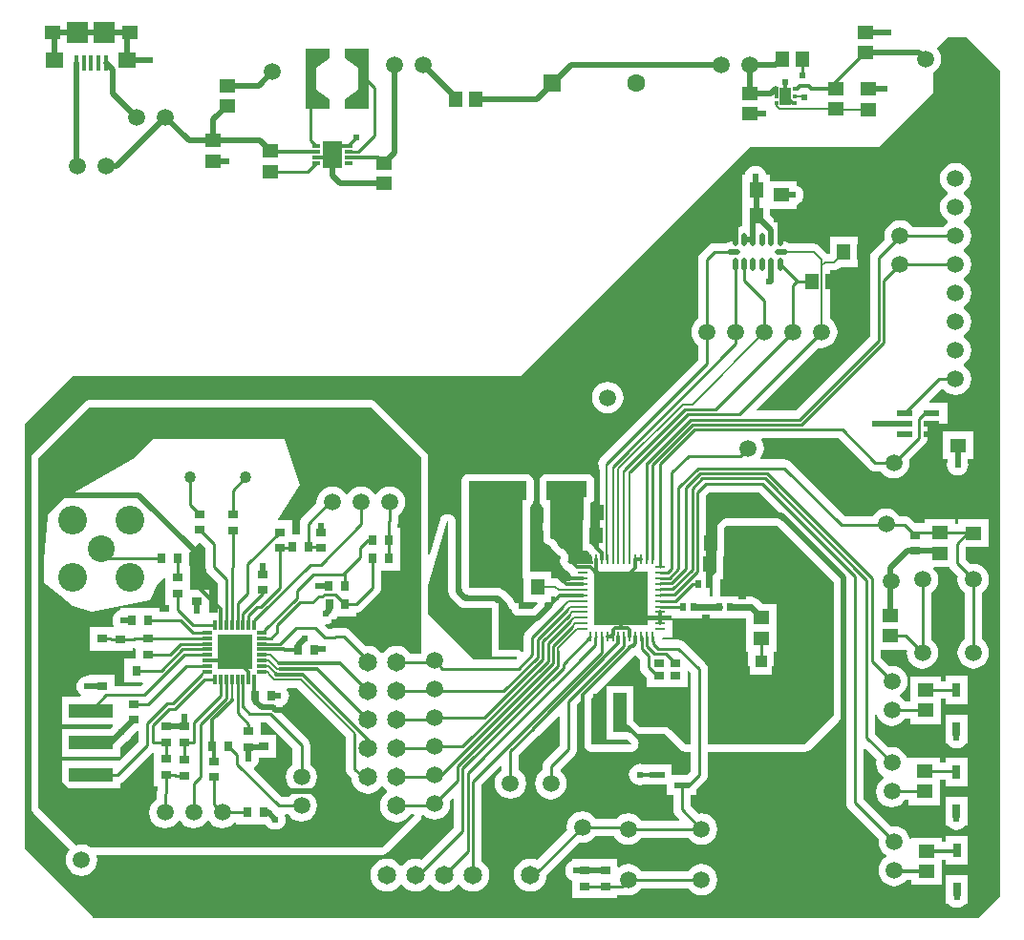
<source format=gtl>
G04 Layer_Physical_Order=1*
G04 Layer_Color=255*
%FSLAX25Y25*%
%MOIN*%
G70*
G01*
G75*
%ADD10R,0.03543X0.03150*%
%ADD11R,0.05709X0.04528*%
G04:AMPARAMS|DCode=12|XSize=62.99mil|YSize=39.37mil|CornerRadius=1.97mil|HoleSize=0mil|Usage=FLASHONLY|Rotation=90.000|XOffset=0mil|YOffset=0mil|HoleType=Round|Shape=RoundedRectangle|*
%AMROUNDEDRECTD12*
21,1,0.06299,0.03543,0,0,90.0*
21,1,0.05905,0.03937,0,0,90.0*
1,1,0.00394,0.01772,0.02953*
1,1,0.00394,0.01772,-0.02953*
1,1,0.00394,-0.01772,-0.02953*
1,1,0.00394,-0.01772,0.02953*
%
%ADD12ROUNDEDRECTD12*%
%ADD13R,0.01378X0.01181*%
%ADD14R,0.02756X0.04921*%
%ADD15R,0.03937X0.04134*%
%ADD16R,0.04134X0.08661*%
%ADD17R,0.02520X0.02480*%
%ADD18R,0.02480X0.02520*%
%ADD19R,0.05799X0.02362*%
%ADD20R,0.04528X0.05709*%
%ADD21O,0.04508X0.02165*%
%ADD22O,0.02165X0.04508*%
%ADD23R,0.03150X0.03543*%
%ADD24R,0.05512X0.04724*%
%ADD25R,0.15748X0.04724*%
%ADD26R,0.03386X0.01181*%
%ADD27R,0.01181X0.03386*%
%ADD28R,0.12402X0.12402*%
%ADD29R,0.01575X0.05315*%
%ADD30R,0.06299X0.05512*%
%ADD31R,0.05709X0.05118*%
%ADD32R,0.07480X0.07480*%
%ADD33C,0.01968*%
%ADD34R,0.06900X0.09800*%
%ADD35R,0.03100X0.01200*%
%ADD36R,0.05200X0.02200*%
%ADD37R,0.01024X0.03386*%
%ADD38R,0.03386X0.01024*%
%ADD39R,0.18504X0.18504*%
%ADD40C,0.01200*%
%ADD41C,0.02000*%
%ADD42C,0.01000*%
%ADD43C,0.00800*%
%ADD44C,0.02400*%
%ADD45C,0.04055*%
%ADD46C,0.05905*%
%ADD47C,0.06496*%
%ADD48C,0.06299*%
%ADD49R,0.06299X0.06299*%
%ADD50C,0.09331*%
%ADD51C,0.10039*%
%ADD52C,0.02400*%
G36*
X331700Y309600D02*
X343300Y298000D01*
X343300Y9500D01*
X335800Y2000D01*
X27000D01*
X2800Y26200D01*
X2800Y174300D01*
X19600Y191100D01*
X175900Y191100D01*
X256050Y271250D01*
X300850D01*
X319800Y290200D01*
X319800Y296945D01*
X319959Y297011D01*
X321098Y297885D01*
X321972Y299024D01*
X322522Y300351D01*
X322709Y301774D01*
X322522Y303197D01*
X321972Y304524D01*
X321131Y305620D01*
X324988Y309600D01*
X331700Y309600D01*
D02*
G37*
G36*
X109201Y302087D02*
X104476Y298937D01*
Y291063D01*
X109201Y287913D01*
Y284370D01*
X100933Y284370D01*
X100933Y305630D01*
X109201Y305630D01*
Y302087D01*
D02*
G37*
G36*
X122980Y284370D02*
X114713Y284370D01*
Y287913D01*
X119437Y291063D01*
Y298937D01*
X114713Y302087D01*
Y305630D01*
X122980Y305630D01*
X122980Y284370D01*
D02*
G37*
%LPC*%
G36*
X209772Y22475D02*
X201228D01*
Y22475D01*
X194028D01*
Y21878D01*
X193434Y21632D01*
X192661Y21039D01*
X192068Y20266D01*
X191695Y19366D01*
X191568Y18400D01*
X191695Y17434D01*
X192068Y16534D01*
X192661Y15761D01*
X193434Y15168D01*
X194028Y14922D01*
Y8813D01*
X201228D01*
Y8813D01*
X209772D01*
Y9862D01*
X211188D01*
X211909Y9957D01*
X212076Y9888D01*
X213500Y9700D01*
X214924Y9888D01*
X216250Y10437D01*
X217389Y11311D01*
X218051Y12174D01*
X234539D01*
X235202Y11311D01*
X236341Y10437D01*
X237667Y9888D01*
X239091Y9700D01*
X240514Y9888D01*
X241841Y10437D01*
X242980Y11311D01*
X243854Y12450D01*
X244403Y13777D01*
X244590Y15200D01*
X244403Y16623D01*
X243854Y17950D01*
X242980Y19089D01*
X241841Y19963D01*
X240514Y20512D01*
X239091Y20700D01*
X237667Y20512D01*
X236341Y19963D01*
X235202Y19089D01*
X234539Y18226D01*
X218051D01*
X217389Y19089D01*
X216250Y19963D01*
X214924Y20512D01*
X213500Y20700D01*
X212076Y20512D01*
X210750Y19963D01*
X210220Y19556D01*
X209772Y19778D01*
Y22475D01*
D02*
G37*
G36*
X331934Y44169D02*
X324179D01*
Y34248D01*
X325001D01*
X325418Y33705D01*
X326191Y33112D01*
X327091Y32739D01*
X328057Y32612D01*
X329023Y32739D01*
X329923Y33112D01*
X330696Y33705D01*
X331113Y34248D01*
X331934D01*
Y44169D01*
D02*
G37*
G36*
X331878Y72769D02*
X324122D01*
Y62848D01*
X324834D01*
X325361Y62161D01*
X326134Y61568D01*
X327034Y61195D01*
X328000Y61068D01*
X328966Y61195D01*
X329866Y61568D01*
X330639Y62161D01*
X331166Y62848D01*
X331878D01*
Y72769D01*
D02*
G37*
G36*
X332078Y16769D02*
X324322D01*
Y6848D01*
X325264D01*
X325561Y6461D01*
X326334Y5868D01*
X327234Y5495D01*
X328200Y5368D01*
X329166Y5495D01*
X330066Y5868D01*
X330839Y6461D01*
X331136Y6848D01*
X332078D01*
Y16769D01*
D02*
G37*
G36*
X327700Y265600D02*
X326276Y265412D01*
X324950Y264863D01*
X323811Y263989D01*
X322937Y262850D01*
X322388Y261524D01*
X322200Y260100D01*
X322388Y258677D01*
X322937Y257350D01*
X323811Y256211D01*
X324893Y255381D01*
X324924Y255100D01*
X324893Y254819D01*
X323811Y253989D01*
X322937Y252850D01*
X322388Y251523D01*
X322200Y250100D01*
X322388Y248676D01*
X322937Y247350D01*
X323811Y246211D01*
X324893Y245381D01*
X324924Y245100D01*
X324893Y244819D01*
X323811Y243989D01*
X323149Y243126D01*
X312951D01*
X312289Y243989D01*
X311150Y244863D01*
X309823Y245412D01*
X308400Y245600D01*
X306977Y245412D01*
X305650Y244863D01*
X304511Y243989D01*
X303637Y242850D01*
X303088Y241524D01*
X302900Y240100D01*
X303054Y238933D01*
X298760Y234640D01*
X298280Y234013D01*
X297977Y233283D01*
X297874Y232500D01*
Y204899D01*
X272001Y179026D01*
X258476D01*
X258284Y179488D01*
X279937Y201140D01*
X281000Y201000D01*
X282423Y201188D01*
X283750Y201737D01*
X284889Y202611D01*
X285763Y203750D01*
X286312Y205077D01*
X286500Y206500D01*
X286312Y207924D01*
X285763Y209250D01*
X284889Y210389D01*
X283932Y211124D01*
X283956Y228075D01*
X285174D01*
X285931Y228175D01*
X286637Y228467D01*
X287243Y228932D01*
X287473Y229162D01*
X293454D01*
Y239871D01*
X283927D01*
Y233925D01*
X283012D01*
X280355Y236582D01*
X279749Y237047D01*
X279044Y237339D01*
X278287Y237438D01*
X270194D01*
X269928Y237643D01*
X269056Y238004D01*
X268121Y238127D01*
X267030D01*
Y240005D01*
X266946Y240639D01*
Y242047D01*
X266826Y242961D01*
X266473Y243812D01*
X265912Y244543D01*
X262913Y247542D01*
Y249636D01*
X272304D01*
Y250977D01*
X272766Y251168D01*
X273539Y251761D01*
X274132Y252534D01*
X274505Y253434D01*
X274632Y254400D01*
X274505Y255366D01*
X274132Y256266D01*
X273539Y257039D01*
X272766Y257632D01*
X272304Y257823D01*
Y259164D01*
X262913D01*
Y261468D01*
X261657D01*
X261605Y261866D01*
X261232Y262766D01*
X260639Y263539D01*
X259866Y264132D01*
X258966Y264505D01*
X258000Y264632D01*
X257034Y264505D01*
X256134Y264132D01*
X255361Y263539D01*
X254768Y262766D01*
X254395Y261866D01*
X254343Y261468D01*
X253386D01*
Y250759D01*
X253386D01*
Y243543D01*
X253032Y243496D01*
X252160Y243135D01*
X251412Y242561D01*
X250838Y241812D01*
X250477Y240941D01*
X250354Y240005D01*
Y238127D01*
X249262D01*
X248327Y238004D01*
X247456Y237643D01*
X247321Y237539D01*
X243547D01*
X242764Y237436D01*
X242034Y237134D01*
X241407Y236653D01*
X238860Y234106D01*
X238380Y233479D01*
X238077Y232750D01*
X237974Y231966D01*
Y211051D01*
X237111Y210389D01*
X236237Y209250D01*
X235688Y207924D01*
X235500Y206500D01*
X235688Y205077D01*
X236237Y203750D01*
X237111Y202611D01*
X237974Y201949D01*
Y196746D01*
X203968Y162740D01*
X203487Y162113D01*
X203184Y161383D01*
X203081Y160600D01*
X203182Y159834D01*
Y131316D01*
X201637D01*
X201186Y131992D01*
X201186Y131992D01*
X200360Y132544D01*
X200085Y132599D01*
Y138189D01*
X200321D01*
Y140355D01*
X200429Y140898D01*
Y146770D01*
X200916Y147095D01*
X201468Y147922D01*
X201662Y148898D01*
Y154400D01*
X201468Y155376D01*
X200916Y156202D01*
X200089Y156755D01*
X199113Y156949D01*
X185030D01*
X184055Y156755D01*
X183228Y156202D01*
X182675Y155376D01*
X182481Y154400D01*
Y147754D01*
X182675Y146779D01*
X183228Y145952D01*
X183715Y145626D01*
Y137046D01*
Y134630D01*
X183780Y134302D01*
X183802Y133970D01*
X183876Y133819D01*
X183909Y133654D01*
X184094Y133377D01*
X184242Y133078D01*
X184368Y132967D01*
X184461Y132827D01*
X184739Y132642D01*
X184989Y132422D01*
X185149Y132368D01*
X185288Y132275D01*
X185485Y132236D01*
X185980Y132031D01*
X186178Y131878D01*
X186331Y131680D01*
X186485Y131306D01*
X187038Y130479D01*
X188333Y129184D01*
X189161Y128631D01*
X189534Y128476D01*
X189733Y128324D01*
X189885Y128125D01*
X189981Y127894D01*
X190014Y127646D01*
X189981Y127397D01*
X189970Y127372D01*
X189776Y126397D01*
X189970Y125421D01*
X190523Y124594D01*
X191195Y123922D01*
X191411Y123778D01*
X191595Y123596D01*
X191981Y123342D01*
X192206Y123250D01*
X192272Y123206D01*
X193262Y122216D01*
X193262Y122216D01*
X193384Y122123D01*
Y119478D01*
X190357D01*
X190166Y119668D01*
X189560Y120133D01*
X188855Y120425D01*
X188098Y120525D01*
X186607D01*
Y122954D01*
X179285D01*
Y129046D01*
Y137046D01*
Y145626D01*
X179772Y145952D01*
X180325Y146779D01*
X180519Y147754D01*
Y154400D01*
X180325Y155376D01*
X179772Y156202D01*
X178945Y156755D01*
X177970Y156949D01*
X157830D01*
X156855Y156755D01*
X156028Y156202D01*
X155475Y155376D01*
X155281Y154400D01*
Y117462D01*
X155475Y116487D01*
X156028Y115660D01*
X156360Y115328D01*
X157187Y114775D01*
X158162Y114581D01*
X167733D01*
X168148Y114526D01*
X168380Y114431D01*
X168712Y114176D01*
X169993Y112895D01*
Y112246D01*
X170642D01*
X171219Y111669D01*
X171474Y111336D01*
X171696Y110800D01*
X171701Y110779D01*
X171794Y110639D01*
X171848Y110480D01*
X172068Y110229D01*
X172253Y109952D01*
X172393Y109859D01*
X172504Y109732D01*
X172803Y109585D01*
X172946Y109489D01*
X173052Y108955D01*
X173605Y108128D01*
X174432Y107575D01*
X175407Y107381D01*
X180038D01*
X181013Y107575D01*
X181840Y108128D01*
X183694Y109981D01*
X184246Y110808D01*
X184440Y111784D01*
X184451Y111890D01*
X184742Y112246D01*
X186607D01*
Y114247D01*
X186990Y114441D01*
X187107Y114461D01*
X187682Y114020D01*
X188388Y113727D01*
X188938Y113655D01*
X189137Y113147D01*
X188960Y112970D01*
X188347Y112500D01*
X177915Y102067D01*
X177434Y101441D01*
X177131Y100711D01*
X177028Y99928D01*
Y95272D01*
X176571Y94834D01*
X176288Y94848D01*
X175461Y95401D01*
X174485Y95595D01*
X168429D01*
Y101046D01*
Y110070D01*
X168321Y110613D01*
Y111754D01*
X167761D01*
X167682Y111872D01*
X166855Y112425D01*
X165880Y112619D01*
X156867D01*
X156452Y112673D01*
X156220Y112769D01*
X155888Y113024D01*
X153724Y115188D01*
X153469Y115520D01*
X153374Y115752D01*
X153319Y116167D01*
Y140365D01*
X153256Y140681D01*
X153238Y141002D01*
X153160Y141164D01*
X153125Y141341D01*
X152946Y141608D01*
X152806Y141898D01*
X152672Y142018D01*
X152572Y142168D01*
X152305Y142347D01*
X152065Y142561D01*
X151895Y142620D01*
X151745Y142720D01*
X151430Y142783D01*
X151126Y142889D01*
X150631Y142959D01*
X150310Y142941D01*
X149990Y142968D01*
X149818Y142914D01*
X149638Y142903D01*
X149348Y142764D01*
X149042Y142666D01*
X148904Y142550D01*
X148742Y142472D01*
X148528Y142232D01*
X148282Y142025D01*
X148199Y141865D01*
X148079Y141730D01*
X147973Y141427D01*
X147826Y141141D01*
X144244Y128717D01*
X143749Y128786D01*
Y162813D01*
X143555Y163788D01*
X143002Y164615D01*
X125675Y181942D01*
X124848Y182495D01*
X123873Y182689D01*
X25448D01*
X24472Y182495D01*
X23645Y181942D01*
X5898Y164195D01*
X5345Y163368D01*
X5151Y162392D01*
Y40407D01*
X5345Y39432D01*
X5898Y38605D01*
X18682Y25820D01*
X17937Y24850D01*
X17388Y23523D01*
X17200Y22100D01*
X17388Y20677D01*
X17937Y19350D01*
X18811Y18211D01*
X19950Y17337D01*
X21277Y16788D01*
X22700Y16600D01*
X24123Y16788D01*
X25450Y17337D01*
X26589Y18211D01*
X27463Y19350D01*
X28012Y20677D01*
X28200Y22100D01*
X28022Y23451D01*
X28104Y23680D01*
X28285Y23951D01*
X127713D01*
X128689Y24145D01*
X129516Y24698D01*
X140628Y35810D01*
X141180Y36637D01*
X141374Y37612D01*
X141460Y37707D01*
X142011Y37811D01*
X143150Y36937D01*
X144476Y36388D01*
X145900Y36200D01*
X147324Y36388D01*
X148650Y36937D01*
X149789Y37811D01*
X150663Y38950D01*
X151212Y40277D01*
X151400Y41700D01*
X151258Y42779D01*
X152212Y43733D01*
X152674Y43542D01*
Y33553D01*
X141361Y22240D01*
X140800Y22472D01*
X139300Y22670D01*
X137800Y22472D01*
X136401Y21893D01*
X135201Y20972D01*
X134550Y20124D01*
X134050D01*
X133399Y20972D01*
X132199Y21893D01*
X130800Y22472D01*
X129300Y22670D01*
X127799Y22472D01*
X126401Y21893D01*
X125200Y20972D01*
X124279Y19771D01*
X123700Y18373D01*
X123502Y16872D01*
X123700Y15372D01*
X124279Y13974D01*
X125200Y12773D01*
X126401Y11851D01*
X127799Y11272D01*
X129300Y11075D01*
X130800Y11272D01*
X132199Y11851D01*
X133399Y12773D01*
X134050Y13621D01*
X134550D01*
X135201Y12773D01*
X136401Y11851D01*
X137800Y11272D01*
X139300Y11075D01*
X140800Y11272D01*
X142199Y11851D01*
X143400Y12773D01*
X144050Y13621D01*
X144550D01*
X145201Y12773D01*
X146401Y11851D01*
X147800Y11272D01*
X149300Y11075D01*
X150801Y11272D01*
X152199Y11851D01*
X153400Y12773D01*
X154050Y13621D01*
X154550D01*
X155201Y12773D01*
X156401Y11851D01*
X157799Y11272D01*
X159300Y11075D01*
X160801Y11272D01*
X162199Y11851D01*
X163400Y12773D01*
X164321Y13974D01*
X164900Y15372D01*
X165098Y16872D01*
X164900Y18373D01*
X164321Y19771D01*
X163400Y20972D01*
X162326Y21796D01*
Y48360D01*
X168912Y54946D01*
X169374Y54755D01*
Y53551D01*
X168511Y52889D01*
X167637Y51750D01*
X167088Y50424D01*
X166900Y49000D01*
X167088Y47576D01*
X167637Y46250D01*
X168511Y45111D01*
X169650Y44237D01*
X170976Y43688D01*
X172400Y43500D01*
X173823Y43688D01*
X175150Y44237D01*
X176289Y45111D01*
X177163Y46250D01*
X177712Y47576D01*
X177900Y49000D01*
X177712Y50424D01*
X177163Y51750D01*
X176289Y52889D01*
X175426Y53551D01*
Y58914D01*
X182036Y65524D01*
X182263Y65619D01*
X182911Y66115D01*
X189212Y72417D01*
X189674Y72225D01*
Y62153D01*
X184360Y56840D01*
X183880Y56213D01*
X183577Y55483D01*
X183474Y54700D01*
Y53351D01*
X182611Y52689D01*
X181737Y51550D01*
X181188Y50223D01*
X181000Y48800D01*
X181188Y47376D01*
X181737Y46050D01*
X182611Y44911D01*
X183750Y44037D01*
X185077Y43488D01*
X186500Y43300D01*
X187924Y43488D01*
X189250Y44037D01*
X190389Y44911D01*
X191263Y46050D01*
X191813Y47376D01*
X192000Y48800D01*
X191813Y50223D01*
X191263Y51550D01*
X190389Y52689D01*
X189868Y53088D01*
X189828Y53749D01*
X194840Y58760D01*
X195320Y59387D01*
X195623Y60117D01*
X195726Y60900D01*
Y76347D01*
X197578Y78198D01*
X198078Y77991D01*
Y62400D01*
X198272Y61424D01*
X198824Y60598D01*
X199651Y60045D01*
X200627Y59851D01*
X214431D01*
X214514Y59868D01*
X214597Y59856D01*
X214999Y59964D01*
X215406Y60045D01*
X215476Y60092D01*
X215558Y60114D01*
X215888Y60367D01*
X216233Y60598D01*
X216280Y60668D01*
X216347Y60719D01*
X216555Y61079D01*
X216786Y61424D01*
X216802Y61507D01*
X216844Y61581D01*
X217014Y62081D01*
X217025Y62164D01*
X217063Y62240D01*
X217090Y62655D01*
X217144Y63067D01*
X217122Y63148D01*
X217128Y63233D01*
X216994Y63626D01*
X216887Y64027D01*
X216835Y64095D01*
X216808Y64174D01*
X216534Y64487D01*
X216281Y64816D01*
X216208Y64859D01*
X216152Y64922D01*
X215945Y65081D01*
X214978Y66048D01*
X214151Y66601D01*
X213176Y66795D01*
X208429D01*
Y72246D01*
Y80405D01*
X212858D01*
Y72246D01*
Y70858D01*
X213052Y69883D01*
X213605Y69056D01*
X215964Y66696D01*
X216791Y66143D01*
X217767Y65949D01*
X225905D01*
X226144Y65918D01*
X226144D01*
X226216Y65908D01*
X226350Y65853D01*
X226598Y65662D01*
X231663Y60598D01*
X232490Y60045D01*
X233465Y59851D01*
X235274D01*
Y53253D01*
X233921Y51900D01*
X228700D01*
Y55600D01*
X218500D01*
X218500Y55600D01*
Y55600D01*
X218466Y55605D01*
X217500Y55732D01*
X216534Y55605D01*
X215634Y55232D01*
X214861Y54639D01*
X214268Y53866D01*
X213895Y52966D01*
X213768Y52000D01*
X213895Y51034D01*
X214268Y50134D01*
X214861Y49361D01*
X215634Y48768D01*
X216534Y48395D01*
X217500Y48268D01*
X218466Y48395D01*
X218467Y48396D01*
X218500Y48400D01*
X218500Y48400D01*
X227100D01*
Y44700D01*
X229174D01*
Y39807D01*
X229277Y39024D01*
X229579Y38294D01*
X230060Y37667D01*
X231324Y36404D01*
X231132Y35942D01*
X218051D01*
X217389Y36805D01*
X216250Y37679D01*
X214924Y38229D01*
X213500Y38416D01*
X212076Y38229D01*
X210750Y37679D01*
X209611Y36805D01*
X209473Y36626D01*
X202051D01*
X201389Y37489D01*
X200250Y38363D01*
X198923Y38912D01*
X197500Y39100D01*
X196077Y38912D01*
X194750Y38363D01*
X193611Y37489D01*
X192737Y36350D01*
X192188Y35023D01*
X192000Y33600D01*
X192142Y32521D01*
X181715Y22094D01*
X180800Y22472D01*
X179300Y22670D01*
X177799Y22472D01*
X176401Y21893D01*
X175200Y20972D01*
X174279Y19771D01*
X173700Y18373D01*
X173502Y16872D01*
X173700Y15372D01*
X174279Y13974D01*
X175200Y12773D01*
X176401Y11851D01*
X177799Y11272D01*
X179300Y11075D01*
X180800Y11272D01*
X182199Y11851D01*
X183399Y12773D01*
X184321Y13974D01*
X184900Y15372D01*
X185098Y16872D01*
X185092Y16913D01*
X196421Y28242D01*
X197500Y28100D01*
X198923Y28288D01*
X200250Y28837D01*
X201389Y29711D01*
X202051Y30574D01*
X208568D01*
X208737Y30167D01*
X209611Y29027D01*
X210750Y28153D01*
X212076Y27604D01*
X213500Y27417D01*
X214924Y27604D01*
X216250Y28153D01*
X217389Y29027D01*
X218051Y29890D01*
X234539D01*
X235202Y29027D01*
X236341Y28153D01*
X237667Y27604D01*
X239091Y27417D01*
X240514Y27604D01*
X241841Y28153D01*
X242980Y29027D01*
X243854Y30167D01*
X244403Y31493D01*
X244590Y32916D01*
X244403Y34340D01*
X243854Y35666D01*
X242980Y36805D01*
X241841Y37679D01*
X240514Y38229D01*
X239091Y38416D01*
X238012Y38274D01*
X235226Y41060D01*
Y44700D01*
X237300D01*
Y46721D01*
X240440Y49860D01*
X240920Y50487D01*
X241223Y51217D01*
X241326Y52000D01*
Y59851D01*
X275100D01*
X276076Y60045D01*
X276902Y60598D01*
X286972Y70667D01*
X287525Y71494D01*
X287719Y72470D01*
Y119338D01*
X287525Y120313D01*
X286972Y121140D01*
X267440Y140672D01*
X266613Y141225D01*
X265638Y141419D01*
X247762D01*
X246787Y141225D01*
X245960Y140672D01*
X245587Y140299D01*
X245568Y140272D01*
X245541Y140252D01*
X245216Y139910D01*
X244968Y139517D01*
X244709Y139130D01*
X244702Y139097D01*
X244685Y139069D01*
X244606Y138612D01*
X244515Y138154D01*
Y130954D01*
X244280D01*
Y127990D01*
X244171Y127446D01*
Y122384D01*
X243668Y122048D01*
X243116Y121221D01*
X242922Y120246D01*
Y114640D01*
X242629Y114160D01*
X242029D01*
X241857Y114160D01*
X241844Y114295D01*
X241844D01*
X241809Y114640D01*
X241809Y115005D01*
Y122160D01*
X241019D01*
X240689Y122536D01*
X240726Y122818D01*
Y149347D01*
X241953Y150574D01*
X259156D01*
X289674Y120055D01*
Y42057D01*
X289777Y41273D01*
X290079Y40544D01*
X290560Y39917D01*
X300942Y29535D01*
X300800Y28457D01*
X300988Y27033D01*
X301537Y25707D01*
X302411Y24568D01*
X303493Y23737D01*
X303524Y23457D01*
X303493Y23176D01*
X302411Y22346D01*
X301537Y21206D01*
X300988Y19880D01*
X300800Y18457D01*
X300988Y17033D01*
X301537Y15707D01*
X302411Y14568D01*
X303550Y13694D01*
X304876Y13144D01*
X306300Y12957D01*
X307723Y13144D01*
X309050Y13694D01*
X310189Y14568D01*
X310544Y15030D01*
X312146D01*
Y13393D01*
X322854D01*
Y20480D01*
Y22117D01*
X324322D01*
Y20431D01*
X332078D01*
Y30352D01*
X324322D01*
Y28370D01*
X322854D01*
Y30007D01*
X312146D01*
Y29660D01*
X311646Y29628D01*
X311612Y29880D01*
X311063Y31207D01*
X310189Y32346D01*
X309050Y33220D01*
X307723Y33769D01*
X306300Y33956D01*
X305222Y33814D01*
X295726Y43310D01*
Y60898D01*
X296188Y61089D01*
X300142Y57135D01*
X300000Y56057D01*
X300188Y54633D01*
X300737Y53307D01*
X301611Y52168D01*
X302693Y51337D01*
X302724Y51057D01*
X302693Y50776D01*
X301611Y49946D01*
X300737Y48807D01*
X300188Y47480D01*
X300000Y46057D01*
X300188Y44633D01*
X300737Y43307D01*
X301611Y42168D01*
X302750Y41294D01*
X304077Y40744D01*
X305500Y40557D01*
X306924Y40744D01*
X308250Y41294D01*
X309389Y42168D01*
X310051Y43031D01*
X311446D01*
Y41293D01*
X322154D01*
Y48380D01*
Y50117D01*
X324179D01*
Y47831D01*
X331934D01*
Y57752D01*
X324179D01*
Y56169D01*
X322154D01*
Y57907D01*
X311446D01*
Y56500D01*
X310946Y56468D01*
X310812Y57480D01*
X310263Y58807D01*
X309389Y59946D01*
X308250Y60820D01*
X306924Y61369D01*
X305500Y61556D01*
X304421Y61414D01*
X299726Y66110D01*
Y72841D01*
X300226Y72941D01*
X300737Y71707D01*
X301611Y70568D01*
X302750Y69694D01*
X304077Y69144D01*
X305500Y68957D01*
X306924Y69144D01*
X308250Y69694D01*
X309389Y70568D01*
X310051Y71431D01*
X311846D01*
Y69593D01*
X322554D01*
Y76680D01*
Y78417D01*
X324122D01*
Y76431D01*
X331878D01*
Y86352D01*
X324122D01*
Y84469D01*
X322554D01*
Y86207D01*
X311846D01*
Y79120D01*
Y77482D01*
X310051D01*
X309389Y78346D01*
X308307Y79176D01*
X308276Y79457D01*
X308307Y79737D01*
X309389Y80568D01*
X310263Y81707D01*
X310812Y83033D01*
X311000Y84457D01*
X310812Y85880D01*
X310263Y87207D01*
X309389Y88346D01*
X308250Y89220D01*
X306924Y89769D01*
X305500Y89956D01*
X304421Y89814D01*
X301526Y92710D01*
Y95650D01*
X310354Y95650D01*
X310787Y95288D01*
X310684Y94500D01*
X310871Y93076D01*
X311420Y91750D01*
X312295Y90611D01*
X313434Y89737D01*
X314760Y89188D01*
X316183Y89000D01*
X317607Y89188D01*
X318933Y89737D01*
X320072Y90611D01*
X320946Y91750D01*
X321496Y93076D01*
X321683Y94500D01*
X321496Y95924D01*
X320946Y97250D01*
X320072Y98389D01*
X319209Y99051D01*
Y115539D01*
X320072Y116201D01*
X320946Y117341D01*
X321496Y118667D01*
X321683Y120090D01*
X321496Y121514D01*
X320946Y122840D01*
X320072Y123979D01*
X320020Y124019D01*
X320181Y124493D01*
X325485D01*
X325570Y124287D01*
X326051Y123660D01*
X328542Y121169D01*
X328400Y120090D01*
X328588Y118667D01*
X329137Y117341D01*
X330011Y116201D01*
X330874Y115539D01*
Y99051D01*
X330011Y98389D01*
X329137Y97250D01*
X328588Y95924D01*
X328400Y94500D01*
X328588Y93076D01*
X329137Y91750D01*
X330011Y90611D01*
X331150Y89737D01*
X332476Y89188D01*
X333900Y89000D01*
X335324Y89188D01*
X336650Y89737D01*
X337789Y90611D01*
X338663Y91750D01*
X339212Y93076D01*
X339400Y94500D01*
X339212Y95924D01*
X338663Y97250D01*
X337789Y98389D01*
X336926Y99051D01*
Y115539D01*
X337789Y116201D01*
X338663Y117341D01*
X339212Y118667D01*
X339400Y120090D01*
X339212Y121514D01*
X338663Y122840D01*
X337789Y123979D01*
X336650Y124853D01*
X335324Y125403D01*
X333900Y125590D01*
X332821Y125448D01*
X331216Y127053D01*
Y131380D01*
X331372Y131536D01*
X339354D01*
Y141064D01*
X328646D01*
Y139369D01*
X327654D01*
Y141107D01*
X316946D01*
Y139732D01*
X313704D01*
X312096Y141340D01*
X311470Y141821D01*
X310740Y142123D01*
X309957Y142226D01*
X308205D01*
X307389Y143289D01*
X306250Y144163D01*
X304924Y144712D01*
X303500Y144900D01*
X302077Y144712D01*
X300750Y144163D01*
X299611Y143289D01*
X298795Y142226D01*
X289153D01*
X270240Y161140D01*
X269613Y161620D01*
X268883Y161923D01*
X268100Y162026D01*
X259754D01*
X259507Y162526D01*
X260063Y163250D01*
X260612Y164576D01*
X260800Y166000D01*
X260612Y167423D01*
X260063Y168750D01*
X259928Y168926D01*
X260149Y169374D01*
X286947D01*
X297560Y158760D01*
X297560Y158760D01*
X298187Y158280D01*
X298917Y157977D01*
X299700Y157874D01*
X299700Y157874D01*
X301608D01*
X302270Y157011D01*
X303410Y156137D01*
X304736Y155588D01*
X306159Y155400D01*
X307583Y155588D01*
X308909Y156137D01*
X310048Y157011D01*
X310922Y158150D01*
X311472Y159476D01*
X311659Y160900D01*
X311517Y161978D01*
X317040Y167501D01*
X317040Y167501D01*
X317520Y168128D01*
X317823Y168858D01*
X317926Y169641D01*
Y174559D01*
X324799D01*
Y181921D01*
X318714D01*
X318522Y182383D01*
X322909Y186770D01*
X323408Y186737D01*
X323811Y186211D01*
X324950Y185337D01*
X326276Y184788D01*
X327700Y184600D01*
X329123Y184788D01*
X330450Y185337D01*
X331589Y186211D01*
X332463Y187350D01*
X333012Y188677D01*
X333200Y190100D01*
X333012Y191524D01*
X332463Y192850D01*
X331589Y193989D01*
X330507Y194819D01*
X330476Y195100D01*
X330507Y195381D01*
X331589Y196211D01*
X332463Y197350D01*
X333012Y198677D01*
X333200Y200100D01*
X333012Y201523D01*
X332463Y202850D01*
X331589Y203989D01*
X330507Y204819D01*
X330476Y205100D01*
X330507Y205381D01*
X331589Y206211D01*
X332463Y207350D01*
X333012Y208677D01*
X333200Y210100D01*
X333012Y211524D01*
X332463Y212850D01*
X331589Y213989D01*
X330507Y214819D01*
X330476Y215100D01*
X330507Y215381D01*
X331589Y216211D01*
X332463Y217350D01*
X333012Y218676D01*
X333200Y220100D01*
X333012Y221523D01*
X332463Y222850D01*
X331589Y223989D01*
X330507Y224819D01*
X330476Y225100D01*
X330507Y225381D01*
X331589Y226211D01*
X332463Y227350D01*
X333012Y228677D01*
X333200Y230100D01*
X333012Y231523D01*
X332463Y232850D01*
X331589Y233989D01*
X330507Y234819D01*
X330476Y235100D01*
X330507Y235381D01*
X331589Y236211D01*
X332463Y237350D01*
X333012Y238677D01*
X333200Y240100D01*
X333012Y241524D01*
X332463Y242850D01*
X331589Y243989D01*
X330507Y244819D01*
X330476Y245100D01*
X330507Y245381D01*
X331589Y246211D01*
X332463Y247350D01*
X333012Y248676D01*
X333200Y250100D01*
X333012Y251523D01*
X332463Y252850D01*
X331589Y253989D01*
X330507Y254819D01*
X330476Y255100D01*
X330507Y255381D01*
X331589Y256211D01*
X332463Y257350D01*
X333012Y258677D01*
X333200Y260100D01*
X333012Y261524D01*
X332463Y262850D01*
X331589Y263989D01*
X330450Y264863D01*
X329123Y265412D01*
X327700Y265600D01*
D02*
G37*
G36*
X206300Y189100D02*
X204877Y188912D01*
X203550Y188363D01*
X202411Y187489D01*
X201537Y186350D01*
X200988Y185023D01*
X200800Y183600D01*
X200988Y182176D01*
X201537Y180850D01*
X202411Y179711D01*
X203550Y178837D01*
X204877Y178287D01*
X206300Y178100D01*
X207723Y178287D01*
X209050Y178837D01*
X210189Y179711D01*
X211063Y180850D01*
X211613Y182176D01*
X211800Y183600D01*
X211613Y185023D01*
X211063Y186350D01*
X210189Y187489D01*
X209050Y188363D01*
X207723Y188912D01*
X206300Y189100D01*
D02*
G37*
G36*
X333855Y171721D02*
X323146D01*
Y162193D01*
X324970D01*
Y161246D01*
X324895Y161066D01*
X324768Y160100D01*
X324895Y159134D01*
X325268Y158234D01*
X325861Y157461D01*
X326634Y156868D01*
X327534Y156495D01*
X328500Y156368D01*
X329466Y156495D01*
X330366Y156868D01*
X331139Y157461D01*
X331732Y158234D01*
X332105Y159134D01*
X332232Y160100D01*
X332105Y161066D01*
X332030Y161246D01*
Y162193D01*
X333855D01*
Y171721D01*
D02*
G37*
%LPD*%
G36*
X217674Y92201D02*
Y89425D01*
X217777Y88641D01*
X218079Y87912D01*
X218560Y87285D01*
X220072Y85773D01*
Y82560D01*
X234128D01*
Y88040D01*
X234590Y88231D01*
X235274Y87547D01*
Y62400D01*
X233465D01*
X228283Y67583D01*
X227635Y68080D01*
X226881Y68392D01*
X226476Y68445D01*
X226072Y68498D01*
X226072Y68498D01*
X217767D01*
X215407Y70858D01*
Y72246D01*
Y82954D01*
X205879D01*
Y72246D01*
Y64246D01*
X213176D01*
X214261Y63161D01*
X214600Y62900D01*
X214431Y62400D01*
X200627D01*
Y78418D01*
X216042Y93833D01*
X217674Y92201D01*
D02*
G37*
G36*
X96430Y61047D02*
Y55651D01*
X95567Y54989D01*
X94693Y53850D01*
X94144Y52523D01*
X93956Y51100D01*
X94144Y49676D01*
X94693Y48350D01*
X95567Y47211D01*
X96649Y46381D01*
X96680Y46100D01*
X96649Y45819D01*
X95567Y44989D01*
X94905Y44126D01*
X92721D01*
X82994Y53853D01*
X83103Y54451D01*
X83695Y54905D01*
X84288Y55678D01*
X84661Y56578D01*
X84778Y57469D01*
X85328D01*
Y57825D01*
X90572D01*
Y65975D01*
X85328D01*
Y70074D01*
X87403D01*
X96430Y61047D01*
D02*
G37*
G36*
X177970Y147754D02*
X176736D01*
Y137046D01*
Y129046D01*
Y120589D01*
X177079D01*
Y112246D01*
X181700D01*
X181891Y111784D01*
X180038Y109930D01*
X175407D01*
Y111754D01*
X174055D01*
X174053Y111770D01*
X173701Y112622D01*
X173140Y113353D01*
X170396Y116096D01*
X169665Y116657D01*
X168814Y117010D01*
X167900Y117130D01*
X158162D01*
X157830Y117462D01*
Y154400D01*
X177970D01*
Y147754D01*
D02*
G37*
G36*
X199113Y148898D02*
X197880D01*
Y140898D01*
X197536D01*
Y130189D01*
X199384D01*
X199592Y129687D01*
X200089Y129039D01*
X201058Y128070D01*
Y127149D01*
X201058Y127149D01*
X201112Y126744D01*
X201165Y126339D01*
X201198Y126258D01*
Y125470D01*
X193384D01*
X193384Y125470D01*
Y125470D01*
X192998Y125724D01*
X192325Y126397D01*
X192464Y126732D01*
X192585Y127646D01*
X192464Y128559D01*
X192112Y129411D01*
X191551Y130142D01*
X190820Y130703D01*
X190136Y130986D01*
X188840Y132281D01*
X188557Y132965D01*
X187996Y133696D01*
X187265Y134257D01*
X186414Y134610D01*
X186264Y134630D01*
Y137046D01*
Y147754D01*
X185030D01*
Y154400D01*
X199113D01*
Y148898D01*
D02*
G37*
G36*
X285170Y119338D02*
Y72470D01*
X275100Y62400D01*
X241326D01*
Y88800D01*
X241326Y88800D01*
X241223Y89583D01*
X240920Y90313D01*
X240440Y90940D01*
X233240Y98140D01*
X232613Y98620D01*
X231883Y98923D01*
X231100Y99026D01*
X225559D01*
X225415Y99261D01*
X225697Y99761D01*
X228817D01*
Y105785D01*
X220431D01*
Y104269D01*
X201769D01*
Y107754D01*
Y111572D01*
Y115509D01*
Y119447D01*
Y122931D01*
X220431D01*
Y119447D01*
Y115509D01*
Y111572D01*
Y107635D01*
X224517D01*
X224624Y107621D01*
X228729D01*
Y106640D01*
X239871D01*
Y106660D01*
X241529D01*
Y106640D01*
X249540D01*
Y106629D01*
X254546D01*
Y101980D01*
Y94893D01*
X255432D01*
Y86939D01*
X264369D01*
Y94893D01*
X265254D01*
Y101980D01*
Y111507D01*
X260414D01*
X258882Y113039D01*
X258109Y113632D01*
X257209Y114005D01*
X257060Y114024D01*
Y114110D01*
X256414D01*
X256243Y114132D01*
X252671D01*
Y114160D01*
X245518D01*
X245471Y114640D01*
X245471D01*
Y120246D01*
X246720D01*
Y127446D01*
X247064D01*
Y138154D01*
X247064Y138154D01*
X247064D01*
X247389Y138497D01*
X247762Y138870D01*
X265638D01*
X285170Y119338D01*
D02*
G37*
G36*
X150770Y140365D02*
Y116000D01*
X150890Y115086D01*
X151243Y114235D01*
X151804Y113504D01*
X154204Y111104D01*
X154935Y110543D01*
X155786Y110190D01*
X156700Y110070D01*
X165880D01*
Y101046D01*
Y93046D01*
X174485D01*
X174677Y92584D01*
X174119Y92026D01*
X159574D01*
X143749Y107851D01*
Y117796D01*
X150275Y140435D01*
X150770Y140365D01*
D02*
G37*
G36*
X141200Y162813D02*
Y94532D01*
X141137Y94450D01*
X141003Y94126D01*
X137579D01*
X136756Y95200D01*
X135555Y96121D01*
X134157Y96700D01*
X132656Y96898D01*
X131156Y96700D01*
X129757Y96121D01*
X128557Y95200D01*
X127906Y94352D01*
X127406D01*
X126755Y95200D01*
X125555Y96121D01*
X124156Y96700D01*
X122656Y96898D01*
X121938Y96803D01*
X116301Y102440D01*
X115674Y102920D01*
X114945Y103223D01*
X114161Y103326D01*
X111533D01*
X111533Y103326D01*
X110749Y103223D01*
X110020Y102920D01*
X109896Y102826D01*
X108853D01*
X107657Y104023D01*
X107804Y104322D01*
X107916Y104470D01*
X108866Y104595D01*
X109766Y104968D01*
X110539Y105561D01*
X110820Y105928D01*
X111896Y107004D01*
X112069Y107228D01*
X118731D01*
Y108499D01*
X119327Y108577D01*
X120057Y108879D01*
X120684Y109360D01*
X126484Y115160D01*
X126965Y115787D01*
X127267Y116517D01*
X127370Y117300D01*
Y123228D01*
X133931D01*
Y129628D01*
Y138172D01*
X132882D01*
Y139200D01*
X133179Y139917D01*
X133282Y140700D01*
X133282Y140700D01*
Y142549D01*
X134145Y143211D01*
X135019Y144350D01*
X135568Y145677D01*
X135756Y147100D01*
X135568Y148523D01*
X135019Y149850D01*
X134145Y150989D01*
X133006Y151863D01*
X131679Y152412D01*
X130256Y152600D01*
X128832Y152412D01*
X127506Y151863D01*
X126367Y150989D01*
X125537Y149907D01*
X125256Y149876D01*
X124975Y149907D01*
X124145Y150989D01*
X123006Y151863D01*
X121679Y152412D01*
X120256Y152600D01*
X118833Y152412D01*
X117506Y151863D01*
X116367Y150989D01*
X115537Y149907D01*
X115256Y149876D01*
X114975Y149907D01*
X114145Y150989D01*
X113006Y151863D01*
X111679Y152412D01*
X110256Y152600D01*
X108833Y152412D01*
X107506Y151863D01*
X106367Y150989D01*
X105493Y149850D01*
X104944Y148523D01*
X104756Y147100D01*
X104795Y146807D01*
X99716Y141728D01*
X99236Y141102D01*
X98933Y140372D01*
X98830Y139589D01*
Y135772D01*
X96172D01*
Y140731D01*
X91437D01*
X91196Y141169D01*
X98845Y153280D01*
X93733Y169200D01*
X47500Y169200D01*
X40600Y162300D01*
X19550Y150100D01*
X11400Y145900D01*
X9050Y119450D01*
X14069Y115411D01*
X14113Y115357D01*
X15258Y114417D01*
X15394Y114345D01*
X19550Y111000D01*
X26300Y108950D01*
X46687Y112687D01*
X49200Y118400D01*
X51522Y120722D01*
X51984Y120531D01*
Y116625D01*
Y111113D01*
X53230D01*
Y109628D01*
X53273Y109302D01*
X52943Y108926D01*
X49931D01*
Y110172D01*
X36269D01*
Y109409D01*
X36234Y109405D01*
X35334Y109032D01*
X34561Y108439D01*
X33968Y107666D01*
X33595Y106766D01*
X33468Y105800D01*
X33595Y104834D01*
X33946Y103987D01*
X33871Y103784D01*
X33681Y103487D01*
X25584D01*
Y95337D01*
X31984D01*
Y95249D01*
X40528D01*
Y96298D01*
X40956D01*
X41208Y96331D01*
X41584Y96001D01*
Y92572D01*
X37781D01*
Y84028D01*
X43943D01*
X44134Y83566D01*
X43294Y82726D01*
X34128D01*
Y86863D01*
X25584D01*
Y86820D01*
X25084Y86381D01*
X24700Y86432D01*
X23734Y86305D01*
X22834Y85932D01*
X22061Y85339D01*
X21468Y84566D01*
X21095Y83666D01*
X20968Y82700D01*
X21095Y81734D01*
X21468Y80834D01*
X22061Y80061D01*
X22554Y79683D01*
X22385Y79183D01*
X15482D01*
Y69458D01*
X33478D01*
X33725Y68958D01*
X33424Y68566D01*
X33349Y68386D01*
X32926Y67962D01*
X15482D01*
Y58238D01*
X36230D01*
Y61282D01*
X38342Y63393D01*
X38522Y63468D01*
X39295Y64061D01*
X39888Y64834D01*
X39963Y65014D01*
X41974Y67025D01*
X42730D01*
Y63553D01*
X35919Y56742D01*
X15482D01*
Y47017D01*
X36230D01*
Y49003D01*
X36849Y49259D01*
X37475Y49740D01*
X47484Y59749D01*
X47984Y59542D01*
Y53425D01*
Y47913D01*
X49230D01*
Y46600D01*
X48933Y45883D01*
X48830Y45100D01*
Y43251D01*
X47967Y42589D01*
X47093Y41450D01*
X46544Y40124D01*
X46356Y38700D01*
X46544Y37277D01*
X47093Y35950D01*
X47967Y34811D01*
X49106Y33937D01*
X50432Y33388D01*
X51856Y33200D01*
X53279Y33388D01*
X54606Y33937D01*
X55745Y34811D01*
X56575Y35893D01*
X56856Y35924D01*
X57137Y35893D01*
X57967Y34811D01*
X59106Y33937D01*
X60433Y33388D01*
X61856Y33200D01*
X63279Y33388D01*
X64606Y33937D01*
X65745Y34811D01*
X66575Y35893D01*
X66856Y35924D01*
X67137Y35893D01*
X67967Y34811D01*
X69106Y33937D01*
X70433Y33388D01*
X71856Y33200D01*
X73279Y33388D01*
X74606Y33937D01*
X75745Y34811D01*
X76125Y35307D01*
X76625Y35137D01*
Y34428D01*
X87072D01*
X87661Y33661D01*
X88434Y33068D01*
X89334Y32695D01*
X90300Y32568D01*
X91266Y32695D01*
X92166Y33068D01*
X92939Y33661D01*
X93532Y34434D01*
X93905Y35334D01*
X94032Y36300D01*
X93905Y37266D01*
X93742Y37658D01*
X94020Y38074D01*
X94905D01*
X95567Y37211D01*
X96706Y36337D01*
X98033Y35788D01*
X99456Y35600D01*
X100879Y35788D01*
X102206Y36337D01*
X103345Y37211D01*
X104219Y38350D01*
X104768Y39676D01*
X104956Y41100D01*
X104768Y42524D01*
X104219Y43850D01*
X103345Y44989D01*
X102263Y45819D01*
X102232Y46100D01*
X102263Y46381D01*
X103345Y47211D01*
X104219Y48350D01*
X104768Y49676D01*
X104956Y51100D01*
X104768Y52523D01*
X104219Y53850D01*
X103345Y54989D01*
X102482Y55651D01*
Y62300D01*
X102482Y62300D01*
X102379Y63083D01*
X102076Y63813D01*
X101596Y64440D01*
X101596Y64440D01*
X91369Y74667D01*
X91560Y75129D01*
X92931D01*
Y76029D01*
X93266Y76168D01*
X94039Y76761D01*
X94632Y77534D01*
X95005Y78434D01*
X95132Y79400D01*
X95005Y80366D01*
X94632Y81266D01*
X94318Y81675D01*
X94565Y82175D01*
X98043D01*
X114982Y65236D01*
Y63926D01*
X114882Y63167D01*
Y53992D01*
X114985Y53209D01*
X115287Y52479D01*
X115768Y51852D01*
X116910Y50711D01*
X117056Y49599D01*
X117635Y48201D01*
X118556Y47001D01*
X119757Y46079D01*
X121156Y45500D01*
X122656Y45302D01*
X124156Y45500D01*
X125555Y46079D01*
X126755Y47001D01*
X127406Y47848D01*
X127906D01*
X128557Y47001D01*
X129404Y46350D01*
Y45850D01*
X128557Y45199D01*
X127635Y43999D01*
X127056Y42601D01*
X126858Y41100D01*
X127056Y39599D01*
X127635Y38201D01*
X128557Y37001D01*
X129757Y36079D01*
X131156Y35500D01*
X132656Y35302D01*
X134157Y35500D01*
X135555Y36079D01*
X136756Y37001D01*
X137579Y38074D01*
X138634D01*
X138825Y37612D01*
X127713Y26500D01*
X25923D01*
X25450Y26863D01*
X24123Y27412D01*
X22700Y27600D01*
X21277Y27412D01*
X20865Y27242D01*
X7700Y40407D01*
Y162392D01*
X25448Y180140D01*
X123873D01*
X141200Y162813D01*
D02*
G37*
G36*
X66030Y131179D02*
Y124388D01*
X66133Y123605D01*
X66347Y123089D01*
X66435Y122875D01*
X66916Y122249D01*
X70156Y119009D01*
Y108493D01*
X67372D01*
Y116463D01*
X60528D01*
Y116625D01*
Y124775D01*
X60331D01*
Y129531D01*
X64004Y133204D01*
X66030Y131179D01*
D02*
G37*
D10*
X313500Y135657D02*
D03*
Y130145D02*
D03*
X205500Y12888D02*
D03*
Y18400D02*
D03*
X198300Y18400D02*
D03*
Y12888D02*
D03*
X69056Y51144D02*
D03*
Y56656D02*
D03*
X63100Y117900D02*
D03*
Y112388D02*
D03*
X91900Y131144D02*
D03*
Y136656D02*
D03*
X106300Y136656D02*
D03*
Y131144D02*
D03*
X75500Y137244D02*
D03*
Y142756D02*
D03*
X64000Y137488D02*
D03*
Y143000D02*
D03*
X85856Y116388D02*
D03*
Y121900D02*
D03*
X45856Y99500D02*
D03*
Y93988D02*
D03*
X29856Y93900D02*
D03*
Y99412D02*
D03*
Y82788D02*
D03*
Y88300D02*
D03*
X56256Y115188D02*
D03*
Y120700D02*
D03*
X52256Y51988D02*
D03*
Y57500D02*
D03*
X58656Y51588D02*
D03*
Y57100D02*
D03*
X52256Y68700D02*
D03*
Y63188D02*
D03*
X58656Y68700D02*
D03*
Y63188D02*
D03*
X81056Y61544D02*
D03*
Y67056D02*
D03*
X229856Y86635D02*
D03*
X224344D02*
D03*
X229856Y90965D02*
D03*
X224344D02*
D03*
X36256Y93812D02*
D03*
Y99324D02*
D03*
X86300Y61900D02*
D03*
Y56388D02*
D03*
X41056Y71100D02*
D03*
Y76612D02*
D03*
D11*
X322300Y129257D02*
D03*
Y136343D02*
D03*
X296409Y311261D02*
D03*
Y304174D02*
D03*
X256109Y282731D02*
D03*
Y289818D02*
D03*
X305000Y107500D02*
D03*
Y100413D02*
D03*
X317200Y81443D02*
D03*
Y74357D02*
D03*
X316800Y53143D02*
D03*
Y46057D02*
D03*
X317500Y25243D02*
D03*
Y18157D02*
D03*
X259900Y99657D02*
D03*
Y106743D02*
D03*
X328500Y174043D02*
D03*
Y166957D02*
D03*
X266950Y254400D02*
D03*
Y247313D02*
D03*
X88757Y262657D02*
D03*
Y269743D02*
D03*
X68757Y266313D02*
D03*
Y273400D02*
D03*
X334000Y136300D02*
D03*
Y129213D02*
D03*
X128309Y258474D02*
D03*
Y265561D02*
D03*
X297184Y291421D02*
D03*
Y284335D02*
D03*
X286084Y284478D02*
D03*
Y291565D02*
D03*
D12*
X268409Y288974D02*
D03*
D13*
X271657Y286415D02*
D03*
Y288974D02*
D03*
Y291533D02*
D03*
X265161D02*
D03*
Y288974D02*
D03*
Y286415D02*
D03*
D14*
X328000Y81391D02*
D03*
Y67809D02*
D03*
X328057Y52791D02*
D03*
Y39209D02*
D03*
X328200Y25391D02*
D03*
Y11809D02*
D03*
D15*
X259900Y91505D02*
D03*
D16*
X265707Y85600D02*
D03*
X254093D02*
D03*
D17*
X253300Y114031D02*
D03*
Y110369D02*
D03*
X240700Y106739D02*
D03*
Y110400D02*
D03*
D18*
X232469Y110400D02*
D03*
X236131D02*
D03*
X245269Y110400D02*
D03*
X248931D02*
D03*
X241731Y118400D02*
D03*
X238069D02*
D03*
D19*
X319399Y178240D02*
D03*
Y174500D02*
D03*
Y170760D02*
D03*
X310100D02*
D03*
Y174500D02*
D03*
Y178240D02*
D03*
D20*
X288690Y234516D02*
D03*
X295777D02*
D03*
X277490Y224116D02*
D03*
X284577D02*
D03*
X174757Y117600D02*
D03*
X181843D02*
D03*
X163557Y106400D02*
D03*
X170643D02*
D03*
X163557Y98400D02*
D03*
X170643D02*
D03*
X174413Y125943D02*
D03*
X181500D02*
D03*
X202643Y143543D02*
D03*
X195557D02*
D03*
X202300Y135543D02*
D03*
X195213D02*
D03*
X203557Y77600D02*
D03*
X210643D02*
D03*
X203557Y69600D02*
D03*
X210643D02*
D03*
X258149Y256113D02*
D03*
X251063D02*
D03*
X251063Y247313D02*
D03*
X258150D02*
D03*
X274309Y301974D02*
D03*
X267223D02*
D03*
X174413Y142400D02*
D03*
X181500D02*
D03*
X174413Y134400D02*
D03*
X181500D02*
D03*
X249387Y132800D02*
D03*
X242300D02*
D03*
X249043Y125600D02*
D03*
X241957D02*
D03*
X153213Y287800D02*
D03*
X160300D02*
D03*
D21*
X250434Y234513D02*
D03*
X266950D02*
D03*
D22*
X250818Y230193D02*
D03*
X253967D02*
D03*
X257117D02*
D03*
X260266D02*
D03*
X263416D02*
D03*
X266566D02*
D03*
Y238834D02*
D03*
X263416D02*
D03*
X260266D02*
D03*
X257117D02*
D03*
X253967D02*
D03*
X250818D02*
D03*
D23*
X56256Y127412D02*
D03*
X50744D02*
D03*
X36344Y88300D02*
D03*
X41856D02*
D03*
X103825Y95500D02*
D03*
X98313D02*
D03*
X109144Y111500D02*
D03*
X114656D02*
D03*
X109056Y117900D02*
D03*
X114568D02*
D03*
X86212Y38700D02*
D03*
X80700D02*
D03*
X124344Y127500D02*
D03*
X129856D02*
D03*
X124344Y133900D02*
D03*
X129856D02*
D03*
X96344Y131500D02*
D03*
X101856D02*
D03*
X45856Y105900D02*
D03*
X40344D02*
D03*
X68344Y61900D02*
D03*
X73856D02*
D03*
X88856Y79400D02*
D03*
X83344D02*
D03*
D24*
X73576Y292629D02*
D03*
Y285542D02*
D03*
D25*
X25856Y51880D02*
D03*
Y63100D02*
D03*
Y74320D02*
D03*
D26*
X66548Y101603D02*
D03*
Y99635D02*
D03*
Y97666D02*
D03*
Y95698D02*
D03*
Y93729D02*
D03*
Y91761D02*
D03*
Y89792D02*
D03*
Y87824D02*
D03*
X85721D02*
D03*
Y89792D02*
D03*
Y91761D02*
D03*
Y93729D02*
D03*
Y95698D02*
D03*
Y97666D02*
D03*
Y99635D02*
D03*
Y101603D02*
D03*
D27*
X83025Y104300D02*
D03*
X81056D02*
D03*
X79088D02*
D03*
X77119D02*
D03*
X75151D02*
D03*
X73182D02*
D03*
X71214D02*
D03*
X69245D02*
D03*
Y85127D02*
D03*
X71214D02*
D03*
X73182D02*
D03*
X75151D02*
D03*
X77119D02*
D03*
X79088D02*
D03*
X81056D02*
D03*
X83025D02*
D03*
D28*
X76135Y94713D02*
D03*
D29*
X31154Y300601D02*
D03*
X28595D02*
D03*
X26036D02*
D03*
X23477D02*
D03*
X20918D02*
D03*
D30*
X38635Y301487D02*
D03*
X13438D02*
D03*
D31*
X39521Y311132D02*
D03*
X12552D02*
D03*
D32*
X30761D02*
D03*
X21312D02*
D03*
D33*
X102508Y295000D02*
D03*
X121405Y295394D02*
D03*
D34*
X110357Y268600D02*
D03*
D35*
X116107Y271553D02*
D03*
Y269584D02*
D03*
Y267616D02*
D03*
Y265647D02*
D03*
X104607D02*
D03*
Y267616D02*
D03*
Y269584D02*
D03*
Y271553D02*
D03*
D36*
X232200Y48300D02*
D03*
Y55700D02*
D03*
X223600Y52000D02*
D03*
D37*
X200273Y100076D02*
D03*
X202242D02*
D03*
X204210D02*
D03*
X206179D02*
D03*
X208147D02*
D03*
X210116D02*
D03*
X212084D02*
D03*
X214053D02*
D03*
X216021D02*
D03*
X217990D02*
D03*
X219958D02*
D03*
X221927D02*
D03*
Y127124D02*
D03*
X219958D02*
D03*
X217990D02*
D03*
X216021D02*
D03*
X214053D02*
D03*
X212084D02*
D03*
X210116D02*
D03*
X208147D02*
D03*
X206179D02*
D03*
X204210D02*
D03*
X202242D02*
D03*
X200273D02*
D03*
D38*
X224624Y102773D02*
D03*
Y104742D02*
D03*
Y106710D02*
D03*
Y108679D02*
D03*
Y110647D02*
D03*
Y112616D02*
D03*
Y114584D02*
D03*
Y116553D02*
D03*
Y118521D02*
D03*
Y120490D02*
D03*
Y122458D02*
D03*
Y124427D02*
D03*
X197576D02*
D03*
Y122458D02*
D03*
Y120490D02*
D03*
Y118521D02*
D03*
Y116553D02*
D03*
Y114584D02*
D03*
Y112616D02*
D03*
Y110647D02*
D03*
Y108679D02*
D03*
Y106710D02*
D03*
Y104742D02*
D03*
Y102773D02*
D03*
D39*
X211100Y113600D02*
D03*
D40*
X216053Y97892D02*
Y100133D01*
X212243Y69600D02*
Y77600D01*
X249043Y132800D02*
X249843Y132000D01*
Y125600D02*
Y132000D01*
X253500Y113831D02*
Y116800D01*
X213500Y113600D02*
X216631Y110469D01*
X220390Y106710D01*
X265707Y78193D02*
Y85600D01*
X254093Y78193D02*
Y85600D01*
X195473Y124427D02*
X200273D01*
X194224Y127124D02*
X200273D01*
X193500Y126400D02*
X195473Y124427D01*
X211100Y119200D02*
X216021Y124121D01*
X202185Y122515D02*
Y127180D01*
X204604Y120096D02*
X211100Y113600D01*
X208059Y100076D02*
Y100848D01*
X66548Y91761D02*
X73182D01*
X88884Y269616D02*
X104607D01*
X306300Y18457D02*
X306600Y18157D01*
X317500D01*
X328052Y25243D02*
X328200Y25391D01*
X317500Y25243D02*
X328052D01*
X220390Y106710D02*
X224624D01*
X240700Y104000D02*
Y106739D01*
X224624Y104742D02*
Y106710D01*
X249043Y125600D02*
X249843D01*
X159200Y106400D02*
X163557D01*
X286052Y291533D02*
X286084Y291565D01*
X277324Y291533D02*
X286052D01*
X276483Y292374D02*
X277324Y291533D01*
X273335Y292374D02*
X276483D01*
X272494Y291533D02*
X273335Y292374D01*
X271657Y291533D02*
X272494D01*
X268409Y288974D02*
Y293974D01*
X286084Y293848D02*
X296409Y304174D01*
X286084Y291565D02*
Y293848D01*
X268409Y288974D02*
X270968Y286415D01*
X271657D01*
X265161Y288974D02*
Y291533D01*
X83025Y79720D02*
Y85127D01*
X88757Y269743D02*
X88884Y269616D01*
X126254Y267616D02*
X128309Y265561D01*
X116107Y267616D02*
X126254D01*
X90689Y86900D02*
X100000D01*
X90489Y87100D02*
X90689Y86900D01*
X91498Y90900D02*
X112856D01*
X85721Y95698D02*
X93302D01*
X122656Y61100D02*
Y64244D01*
X100000Y86900D02*
X122656Y64244D01*
X93500Y95500D02*
X98313D01*
X93302Y95698D02*
X93500Y95500D01*
X193500Y126400D02*
X194224Y127124D01*
X211100Y103277D02*
Y103889D01*
X208204Y102349D02*
X209024Y103169D01*
X210380D01*
X211100Y103889D01*
Y113600D01*
X206179Y100076D02*
X208059D01*
X210059Y100020D02*
X210116Y100076D01*
X211208Y103169D02*
X213176D01*
X211100Y103277D02*
X211208Y103169D01*
X204185Y127149D02*
Y129365D01*
X200273Y124427D02*
X202185Y122515D01*
X110357Y268600D02*
X113309Y271553D01*
X116107D01*
X118709Y274156D01*
Y274474D01*
X104607Y267616D02*
X109372D01*
X71214Y104300D02*
Y109786D01*
X63100Y117900D02*
X71214Y109786D01*
X76135Y92909D02*
X81056Y87988D01*
Y85127D02*
Y87988D01*
X112856Y90900D02*
X122656Y81100D01*
X104856Y88900D02*
X122656Y71100D01*
X91898Y88900D02*
X104856D01*
X69056Y56656D02*
Y61188D01*
X68344Y61900D02*
X69056Y61188D01*
X202300Y135543D02*
X202630Y135213D01*
X185500Y131200D02*
X189054Y127646D01*
X197520Y114528D02*
X197576Y114584D01*
X197520Y118465D02*
X197576Y118521D01*
X189628Y114528D02*
X197520D01*
X189054Y125246D02*
Y127646D01*
X193754Y120546D02*
X197520D01*
X197576Y120490D01*
X191824Y118465D02*
X197520D01*
X186300Y123988D02*
X191824Y118465D01*
X189054Y125246D02*
X193754Y120546D01*
X186300Y111200D02*
X189628Y114528D01*
X213996Y100133D02*
X214053Y100076D01*
X202300Y131250D02*
Y135543D01*
X216021Y127124D02*
X217990D01*
X211100Y113600D02*
X213500D01*
X224624Y106710D02*
Y108679D01*
X211100Y113600D02*
Y119200D01*
X216021Y124121D02*
Y127124D01*
X204185Y127149D02*
X204210Y127124D01*
X202300Y131250D02*
X204185Y129365D01*
X213996Y100133D02*
Y102349D01*
X213176Y103169D02*
X213996Y102349D01*
X217500Y52000D02*
X223600D01*
X232200Y55700D02*
Y59243D01*
X226072Y65372D02*
X232200Y59243D01*
X216472Y65372D02*
X226072D01*
X212243Y69600D02*
X216472Y65372D01*
X180700Y68326D02*
X210059Y97685D01*
Y100020D01*
X208059Y100848D02*
X208204Y100993D01*
Y102349D01*
X197500Y46400D02*
Y79713D01*
X213984Y96197D01*
Y96484D01*
X214483Y96983D01*
X215144D01*
X216053Y97892D01*
X160300Y98400D02*
X163557D01*
X159700Y99000D02*
X160300Y98400D01*
X68344Y61900D02*
Y71057D01*
X75151Y77864D02*
Y78051D01*
X68344Y71057D02*
X75151Y77864D01*
D41*
X305000Y107500D02*
Y124045D01*
X258000Y255346D02*
Y260900D01*
X263416Y224117D02*
Y230193D01*
X20890Y264867D02*
Y300601D01*
X106400Y136844D02*
X106444Y136800D01*
X109144Y109756D02*
X109400Y109500D01*
X181557Y287800D02*
X193557Y299800D01*
X311100Y130145D02*
X313500D01*
X305000Y124045D02*
X311100Y130145D01*
X321412D02*
X322300Y129257D01*
X313500Y130145D02*
X321412D01*
X160300Y287800D02*
X181557D01*
X328500Y160100D02*
Y166957D01*
X170100Y171100D02*
X176800D01*
X156800D02*
X170100D01*
X176900Y177900D02*
Y186400D01*
X170100Y171100D02*
X176900Y177900D01*
X176800Y171100D02*
X178775Y169125D01*
X154300Y168600D02*
X156800Y171100D01*
X174413Y134400D02*
Y142400D01*
X167900D02*
X174413D01*
X169500Y134400D02*
X174413D01*
Y125943D02*
Y134400D01*
X328200Y9100D02*
Y11809D01*
X328000Y64800D02*
Y67809D01*
X195213Y135543D02*
Y143200D01*
X191575Y169125D02*
X202643Y158057D01*
X178775Y169125D02*
X191575D01*
X327209Y288785D02*
X327564Y288431D01*
X327209Y288785D02*
Y301774D01*
X178775Y169125D02*
X181500Y166400D01*
X154300Y116000D02*
Y168600D01*
X169043Y125943D02*
X174413D01*
X263125Y289818D02*
X264841Y291533D01*
X256109Y289818D02*
X263125D01*
X255957Y289970D02*
X256109Y289818D01*
X255957Y289970D02*
Y299800D01*
X265049D02*
X267223Y301974D01*
X255957Y299800D02*
X265049D01*
X90409Y74600D02*
X95700D01*
X328057Y36343D02*
Y39209D01*
X83025Y79720D02*
X83344Y79400D01*
X88856D02*
X91400D01*
X73182Y91761D02*
X76135Y94713D01*
Y92909D02*
Y94713D01*
X72400Y90979D02*
X73182Y91761D01*
X98313Y97113D02*
X100700Y99500D01*
X98313Y95500D02*
Y97113D01*
X170643Y98400D02*
Y106400D01*
X266566Y238834D02*
Y246929D01*
X258150Y247313D02*
X263416Y242047D01*
Y238834D02*
Y242047D01*
X257117Y238834D02*
Y246281D01*
X253967Y238834D02*
X257117D01*
X198300Y18400D02*
X205500D01*
X319399Y170760D02*
Y174500D01*
X299700D02*
X310100D01*
X202185Y122515D02*
X204604Y120096D01*
X38635Y301487D02*
X46522D01*
X296409Y311261D02*
X304296D01*
X85100Y273400D02*
X88757Y269743D01*
X68757Y273400D02*
X85100D01*
X68757Y280723D02*
X73576Y285542D01*
X68757Y273400D02*
Y280723D01*
X60284Y273400D02*
X68757D01*
X52079Y281605D02*
X60284Y273400D01*
X35074Y264600D02*
X52079Y281605D01*
X31157Y264600D02*
X35074D01*
X36344Y88300D02*
Y91000D01*
X36256Y91088D02*
X36344Y91000D01*
X36256Y91088D02*
Y93812D01*
X33044D02*
X36256D01*
X32956Y93900D02*
X33044Y93812D01*
X29856Y93900D02*
X32956D01*
X29856Y88300D02*
Y93900D01*
X193557Y299800D02*
X245957D01*
X153213Y287800D02*
Y288543D01*
X141957Y299800D02*
X153213Y288543D01*
X33685Y289999D02*
X42079Y281605D01*
X33685Y289999D02*
Y298098D01*
X31183Y300601D02*
X33685Y298098D01*
X31154Y300601D02*
X31183D01*
X314809Y304174D02*
X317209Y301774D01*
X296409Y304174D02*
X314809D01*
X128309Y265561D02*
X131957Y269208D01*
X256109Y282731D02*
X260664D01*
X84599Y292629D02*
X89324Y297353D01*
X73576Y292629D02*
X84599D01*
X68757Y266313D02*
X73311D01*
X20890Y264867D02*
X21157Y264600D01*
X20890Y300601D02*
X20918D01*
X38635Y301487D02*
Y310247D01*
X39521Y311132D01*
X30761D02*
X39521D01*
X21312D02*
X30761D01*
X12552D02*
X21312D01*
X12552D02*
X13438Y310247D01*
Y301487D02*
Y310247D01*
X109372Y267616D02*
X110357Y268600D01*
Y261027D02*
Y268600D01*
Y261027D02*
X112909Y258474D01*
X128309D01*
X297184Y291421D02*
X302957D01*
X131957Y269208D02*
Y299800D01*
X62125Y118875D02*
X63100Y117900D01*
X52256Y68700D02*
X58656D01*
X81056Y57544D02*
Y61544D01*
X25856Y63100D02*
X33056D01*
X36656Y66700D01*
X41056Y71100D01*
X24788Y82788D02*
X29856D01*
X24700Y82700D02*
X24788Y82788D01*
X63100Y109100D02*
Y112388D01*
X202643Y135887D02*
Y143543D01*
X81056Y61544D02*
X85944D01*
X86300Y61900D01*
X181500Y134400D02*
Y142400D01*
X174757Y117600D02*
Y125600D01*
X174413Y125943D02*
X174757Y125600D01*
X86212Y38700D02*
X87900D01*
X90300Y36300D01*
X58656Y68700D02*
Y71056D01*
X8700Y116300D02*
Y141900D01*
X62125Y118875D02*
Y130075D01*
X181500Y134400D02*
X184700Y131200D01*
X195100Y144000D02*
X195557Y143543D01*
X195100Y144000D02*
Y149600D01*
X184700Y131200D02*
X185500D01*
X181500Y125943D02*
X186300D01*
X262483Y224117D02*
X263416D01*
X250818Y238834D02*
Y247068D01*
X186300Y123988D02*
Y125943D01*
X86300Y52300D02*
Y56388D01*
X32156Y31700D02*
X102056D01*
X86300Y52300D02*
X92547Y46053D01*
X241731Y118400D02*
Y125374D01*
X242300Y125943D02*
Y132800D01*
X241731Y125374D02*
X241957Y125600D01*
X242300Y125943D01*
X202643Y143543D02*
Y158057D01*
X186300Y125943D02*
X187352D01*
X189054Y127646D01*
X181500Y142400D02*
Y166400D01*
X170643Y106400D02*
Y110857D01*
X167900Y113600D02*
X170643Y110857D01*
X156700Y113600D02*
X167900D01*
X154300Y116000D02*
X156700Y113600D01*
X242300Y132800D02*
Y138400D01*
X246300Y142400D01*
X267100D01*
X168700Y125600D02*
X169043Y125943D01*
X181500Y106400D02*
X186300Y111200D01*
X170643Y106400D02*
X181500D01*
X258150Y247313D02*
Y256113D01*
X266950Y254400D02*
X270900D01*
X258000Y255346D02*
X258059Y255287D01*
X22156Y88300D02*
X29856D01*
X40244Y105800D02*
X40344Y105900D01*
X37200Y105800D02*
X40244D01*
X15100Y48756D02*
X32156Y31700D01*
X15100Y48756D02*
Y81244D01*
X22156Y88300D01*
X89609Y75400D02*
X90409Y74600D01*
X85500Y75400D02*
X89609D01*
X83344Y77556D02*
X85500Y75400D01*
X83344Y77556D02*
Y79400D01*
X25100Y93900D02*
X29856D01*
X20800Y98200D02*
X25100Y93900D01*
X8700Y116300D02*
X21000Y104000D01*
X20800Y103800D02*
X21000Y104000D01*
X20800Y98200D02*
Y103800D01*
X8700Y141900D02*
X16400Y149600D01*
X42600D01*
X62125Y130075D01*
X85856Y121900D02*
Y124800D01*
X106300Y136656D02*
X106444Y136800D01*
X106400Y136844D02*
Y138900D01*
X105300Y117900D02*
X109056D01*
X109144Y109756D02*
Y111500D01*
X107900Y108200D02*
X108100D01*
X109400Y109500D01*
X103825Y95500D02*
X104025Y95700D01*
X106800D01*
X195300Y18400D02*
X198300D01*
X92547Y46053D02*
X103747D01*
X107900Y41900D01*
X111456Y41100D02*
X122656D01*
X107900Y41900D02*
X111600D01*
Y41244D02*
Y41900D01*
X102056Y31700D02*
X111456Y41100D01*
X111600Y41244D01*
X288700Y47200D02*
Y120800D01*
X267100Y142400D02*
X288700Y120800D01*
D42*
X201800Y12888D02*
X211188D01*
X287900Y139200D02*
X309957D01*
X224624Y120647D02*
X227892D01*
X313500Y135657D02*
X314187Y136343D01*
X313500Y135657D02*
X313500D01*
X309957Y139200D02*
X313500Y135657D01*
X300900Y203646D02*
Y232500D01*
X308400Y230100D02*
X327700D01*
X302700Y224400D02*
X308400Y230100D01*
X302700Y202900D02*
Y224400D01*
X308500Y240100D02*
X327700D01*
X241000Y231966D02*
X243547Y234513D01*
X241000Y206500D02*
Y231966D01*
X250818Y206682D02*
Y230193D01*
Y206682D02*
X251000Y206500D01*
X253967Y224533D02*
X261000Y217500D01*
Y206500D02*
Y217500D01*
X241000Y195493D02*
Y206500D01*
X206107Y160600D02*
X241000Y195493D01*
X251000Y202353D02*
Y206500D01*
X208147Y159500D02*
X251000Y202353D01*
X244100Y179600D02*
X271000Y206500D01*
X233407Y179600D02*
X244100D01*
X281000Y206483D02*
Y206500D01*
X252317Y177800D02*
X281000Y206483D01*
X272416Y224116D02*
X272642D01*
X277490D01*
X266566Y230193D02*
X272642Y224116D01*
X271000Y206500D02*
Y222700D01*
X272416Y224116D01*
X86691Y101603D02*
Y102400D01*
X243547Y234513D02*
X250434D01*
X253967Y224533D02*
Y230193D01*
X212084Y158100D02*
X212253Y158269D01*
Y158446D01*
X233407Y179600D01*
X214053Y157700D02*
X214287D01*
X234387Y177800D01*
X252317D01*
X219958Y127124D02*
Y160700D01*
X220127Y160869D01*
Y160994D01*
X235132Y176000D01*
X273254D01*
X300900Y203646D01*
X221927Y127124D02*
Y160249D01*
X235878Y174200D01*
X274000D01*
X302700Y202900D01*
X224624Y124427D02*
Y160400D01*
X236624Y172400D01*
X288200D01*
X228700Y124000D02*
Y157500D01*
X234500Y163300D01*
X231100Y123854D02*
Y152200D01*
X231700Y152800D01*
Y152891D01*
X237809Y159000D01*
X268100D01*
X287900Y139200D01*
X145300Y81100D02*
X145900Y81700D01*
X132656Y81100D02*
X145300D01*
X145900Y81700D02*
X146500Y81100D01*
X170018D01*
X145900Y91700D02*
X148600Y89000D01*
X175372D01*
X145900Y71700D02*
X163163D01*
X145900Y61700D02*
X155709D01*
X145900Y51700D02*
X148254D01*
X145900Y41700D02*
X153900Y49700D01*
Y54800D01*
X60694Y146306D02*
Y155700D01*
X145300Y41100D02*
X145900Y41700D01*
X132656Y41100D02*
X145300D01*
Y51100D02*
X145900Y51700D01*
X132656Y51100D02*
X145300D01*
Y61100D02*
X145900Y61700D01*
X132656Y61100D02*
X145300D01*
Y71100D02*
X145900Y71700D01*
X132656Y71100D02*
X145300D01*
Y91100D02*
X145900Y91700D01*
X132656Y91100D02*
X145300D01*
X155700Y32300D02*
Y54054D01*
X140272Y16872D02*
X155700Y32300D01*
X139300Y16872D02*
X140272D01*
X155700Y54054D02*
X190854Y89209D01*
X157500Y52498D02*
X202085Y97083D01*
X157500Y25072D02*
Y52498D01*
X149300Y16872D02*
X157500Y25072D01*
X306159Y160900D02*
X314900Y169641D01*
X288200Y172400D02*
X299700Y160900D01*
X310270Y100413D02*
X316183Y94500D01*
X305000Y100413D02*
X310270D01*
X322300Y136343D02*
X331900D01*
X328190Y132634D02*
X331900Y136343D01*
X328190Y125800D02*
Y132634D01*
Y125800D02*
X333900Y120090D01*
Y94500D02*
Y120090D01*
X298500Y91457D02*
X305500Y84457D01*
X261900Y157200D02*
X298500Y120600D01*
Y91457D02*
Y120600D01*
X305500Y46057D02*
X305500Y46057D01*
X316800D01*
X327705Y53143D02*
X328057Y52791D01*
X316800Y53143D02*
X327705D01*
X305500Y74457D02*
X317100D01*
X317200Y74357D01*
Y81443D02*
X327948D01*
X328000Y81391D01*
X274309Y296274D02*
Y301974D01*
X64000Y137488D02*
X69056Y132432D01*
Y124388D02*
Y132432D01*
X75151Y124083D02*
X75500Y124432D01*
Y137244D01*
Y142756D02*
Y151294D01*
X79906Y155700D01*
X60694Y146306D02*
X64000Y143000D01*
X287290Y235916D02*
X288690Y234516D01*
X117937Y66276D02*
X118008Y66205D01*
Y63267D02*
Y66205D01*
X117908Y63167D02*
X118008Y63267D01*
X117908Y53992D02*
Y63167D01*
Y53992D02*
X120800Y51100D01*
X122656D01*
X81400Y73200D02*
X81500Y73100D01*
X81367Y73200D02*
X81400D01*
X79200Y75367D02*
X81367Y73200D01*
X79200Y75367D02*
Y75400D01*
X79088Y75512D02*
X79200Y75400D01*
X104200Y103200D02*
X107600Y99800D01*
X111033D01*
X111533Y100300D02*
X114161D01*
X111033Y99800D02*
X111533Y100300D01*
X97800Y116233D02*
X103467Y121900D01*
X97800Y113509D02*
Y116233D01*
X86691Y102400D02*
X97800Y113509D01*
X92034Y97666D02*
X97567Y103200D01*
X104200D01*
X114161Y100300D02*
X122656Y91805D01*
Y91100D02*
Y91805D01*
X114056Y121900D02*
X114568Y122412D01*
X103467Y121900D02*
X114056D01*
X91100Y101900D02*
Y104263D01*
X88835Y99635D02*
X91100Y101900D01*
X85721Y99635D02*
X88835D01*
X83025Y104300D02*
Y105825D01*
X91900Y117100D02*
Y131144D01*
X85322Y110522D02*
X91900Y117100D01*
X84078Y110522D02*
X85322D01*
X79100Y108300D02*
X85856Y115056D01*
X79088Y108300D02*
X79100D01*
X79088Y104300D02*
Y108300D01*
X85856Y115056D02*
Y116388D01*
X81056Y107500D02*
X84078Y110522D01*
X81056Y104300D02*
Y107500D01*
X85721Y97666D02*
X92034D01*
X88656Y73100D02*
X99456Y62300D01*
X81500Y73100D02*
X88656D01*
X316183Y94500D02*
Y120090D01*
X213500Y32916D02*
X239091D01*
X180772Y16872D02*
X197500Y33600D01*
X212817D02*
X213500Y32916D01*
X197500Y33600D02*
X212817D01*
X179300Y16872D02*
X180772D01*
X190854Y89209D02*
Y90658D01*
X200273Y100076D01*
X187254Y96946D02*
X193821Y103513D01*
X187254Y90700D02*
Y96946D01*
X148254Y51700D02*
X187254Y90700D01*
X185454Y97691D02*
X193244Y105481D01*
X185454Y91445D02*
Y97691D01*
X155709Y61700D02*
X185454Y91445D01*
X183654Y98437D02*
X192824Y107606D01*
X183654Y92191D02*
Y98437D01*
X163163Y71700D02*
X183654Y92191D01*
X181854Y99182D02*
X192247Y109575D01*
X181854Y92937D02*
Y99182D01*
X170018Y81100D02*
X181854Y92937D01*
X180054Y99928D02*
X190487Y110360D01*
X180054Y93682D02*
Y99928D01*
X175372Y89000D02*
X180054Y93682D01*
X202085Y97083D02*
Y99920D01*
X202242Y100076D01*
X213500Y15200D02*
X239091D01*
X211188Y12888D02*
X213500Y15200D01*
X189054Y89954D02*
Y95306D01*
X153900Y54800D02*
X189054Y89954D01*
X321960Y190100D02*
X327700D01*
X310100Y178240D02*
X321960Y190100D01*
X314900Y176100D02*
X316500Y177700D01*
X327700Y190100D02*
X329150Y188650D01*
X77119Y73481D02*
X81056Y69544D01*
X198300Y12888D02*
X201800Y12888D01*
X101616Y262657D02*
X104607Y265647D01*
X88757Y262657D02*
X101616D01*
X121405Y295394D02*
X125109Y291690D01*
Y275253D02*
Y291690D01*
X119441Y269584D02*
X125109Y275253D01*
X116107Y269584D02*
X119441D01*
X61653Y101603D02*
X66548D01*
X57356Y105900D02*
X61653Y101603D01*
X45856Y105900D02*
X57356D01*
X61584Y104300D02*
X69245D01*
X56256Y109628D02*
X61584Y104300D01*
X56256Y109628D02*
Y115188D01*
X55656Y51588D02*
X58656D01*
X55256Y51988D02*
X55656Y51588D01*
X52256Y51988D02*
X55256D01*
X52256Y45500D02*
Y51988D01*
X51856Y45100D02*
X52256Y45500D01*
X51856Y38700D02*
Y45100D01*
X61856Y38700D02*
Y48700D01*
X130256Y140700D02*
Y147100D01*
X129856Y140300D02*
X130256Y140700D01*
X129856Y133900D02*
Y140300D01*
Y127500D02*
Y133900D01*
X25856Y51880D02*
X35336D01*
X25856Y74320D02*
X31236Y79700D01*
X314187Y136343D02*
X322300D01*
X69056Y41500D02*
Y51144D01*
Y41500D02*
X71856Y38700D01*
X80700D01*
X58656Y63188D02*
X61952D01*
X58656Y57100D02*
Y63188D01*
X52256Y57500D02*
Y63188D01*
X57422Y97666D02*
X66548D01*
X53744Y93988D02*
X57422Y97666D01*
X45856Y93988D02*
X53744D01*
X62356Y99635D02*
X66548D01*
X62221Y99500D02*
X62356Y99635D01*
X45856Y99500D02*
X62221D01*
X41132D02*
X45856D01*
X40956Y99324D02*
X41132Y99500D01*
X36256Y99324D02*
X40956D01*
X33044D02*
X36256D01*
X32956Y99412D02*
X33044Y99324D01*
X29856Y99412D02*
X32956D01*
X32744Y127412D02*
X50744D01*
X29456Y130700D02*
X32744Y127412D01*
X56256Y120700D02*
Y127412D01*
X122756Y133900D02*
X124344D01*
X119956Y131100D02*
X122756Y133900D01*
X119956Y127800D02*
Y131100D01*
X114568Y122412D02*
X119956Y127800D01*
X114568Y117900D02*
Y122412D01*
X124344Y117300D02*
Y127500D01*
X118544Y111500D02*
X124344Y117300D01*
X114656Y111500D02*
X118544D01*
X102508Y273652D02*
Y295000D01*
Y273652D02*
X104607Y271553D01*
X75151Y104300D02*
Y124083D01*
X77119Y104300D02*
Y111713D01*
X35336Y51880D02*
X45756Y62300D01*
X65527Y85127D02*
X69245D01*
X57999Y95698D02*
X66548D01*
X58576Y93729D02*
X66548D01*
X318357Y18457D02*
X318413Y18400D01*
X317900Y74457D02*
X317957Y74400D01*
X69056Y124388D02*
X73182Y120262D01*
Y104300D02*
Y120262D01*
X91900Y131144D02*
X95989D01*
X96344Y131500D01*
X101856D02*
X105944D01*
X106300Y131144D01*
X77119Y111713D02*
X80700Y115294D01*
X85721Y101603D02*
X86691D01*
X81056Y67056D02*
Y69544D01*
X99456Y51100D02*
Y62300D01*
X73856Y61900D02*
X77000Y58756D01*
Y55567D02*
Y58756D01*
Y55567D02*
X91467Y41100D01*
X99456D01*
X31236Y79700D02*
X44547D01*
X58576Y93729D01*
X41856Y88300D02*
X50602D01*
X57999Y95698D01*
X159300Y16872D02*
Y49613D01*
X296700Y64857D02*
X305500Y56057D01*
X292700Y42057D02*
X306300Y28457D01*
X77119Y73481D02*
Y85127D01*
X79088Y75512D02*
Y85127D01*
X221927Y99719D02*
Y100076D01*
Y99719D02*
X222054Y99592D01*
X219958Y96742D02*
Y100076D01*
Y96742D02*
X222500Y94200D01*
X226621D01*
X229856Y90965D01*
X224624Y118521D02*
X224780Y118678D01*
X224624Y116553D02*
X224780Y116709D01*
X224624Y114584D02*
X224780Y114741D01*
X224624Y122458D02*
X227158D01*
X224624Y120490D02*
Y120647D01*
X224780Y118678D02*
X228469D01*
X224780Y116709D02*
X229046D01*
X224780Y114741D02*
X229623D01*
X314900Y169641D02*
Y176100D01*
X299700Y160900D02*
X306159D01*
X227158Y122458D02*
X228700Y124000D01*
X227892Y120647D02*
X231100Y123854D01*
X228469Y118678D02*
X233500Y123709D01*
X229046Y116709D02*
X235900Y123563D01*
Y152000D01*
X237700Y150600D02*
X240700Y153600D01*
X235900Y152000D02*
X239300Y155400D01*
X233500Y123709D02*
Y152146D01*
X238554Y157200D01*
X224624Y112616D02*
X230116D01*
X237700Y122818D02*
Y150600D01*
X229623Y114741D02*
X237700Y122818D01*
X230116Y112616D02*
X235900Y118400D01*
X238069D01*
X224624Y110647D02*
X232222D01*
X232469Y110400D01*
X240700D02*
X240700Y110400D01*
X245269D02*
X245269Y110400D01*
X259900Y91505D02*
Y99657D01*
X223900Y96000D02*
X231100D01*
X232200Y48300D02*
X234600D01*
X231100Y96000D02*
X238300Y88800D01*
Y52000D02*
Y88800D01*
X234600Y48300D02*
X238300Y52000D01*
X232200Y39807D02*
Y48300D01*
Y39807D02*
X239091Y32916D01*
X238554Y157200D02*
X261900D01*
X239300Y155400D02*
X261154D01*
X296700Y119854D01*
Y64857D02*
Y119854D01*
X240700Y153600D02*
X260409D01*
X292700Y121309D01*
Y42057D02*
Y121309D01*
X222054Y98558D02*
Y99592D01*
Y98558D02*
X222265Y98346D01*
Y97635D02*
Y98346D01*
Y97635D02*
X223900Y96000D01*
X218158Y95996D02*
Y97833D01*
X218146Y97845D02*
X218158Y97833D01*
X218146Y97845D02*
Y99920D01*
X217990Y100076D02*
X218146Y99920D01*
X218158Y95996D02*
X220700Y93454D01*
X223490Y86635D02*
X224344D01*
X220700Y89425D02*
X223490Y86635D01*
X220700Y89425D02*
Y93454D01*
X159300Y49613D02*
X204210Y94524D01*
Y100076D01*
X192700Y60900D02*
Y77600D01*
X212084Y96984D01*
Y100076D01*
X234500Y163300D02*
X252600D01*
X255300Y166000D01*
X57907Y80053D02*
X64781Y86927D01*
X58653Y78253D02*
X65527Y85127D01*
X57854Y80053D02*
X57907D01*
X58600Y78253D02*
X58653D01*
X54556Y76754D02*
X57854Y80053D01*
X56356Y75956D02*
Y76009D01*
X58600Y78253D01*
X61856Y48700D02*
X64200Y51044D01*
X61952Y63188D02*
Y70119D01*
X41056Y76612D02*
X46012D01*
X59192Y89792D01*
X66548D01*
X45756Y69930D02*
X52580Y76754D01*
X54556D01*
X45756Y62300D02*
Y69930D01*
X53325Y74954D02*
X55354D01*
X56356Y75956D01*
X64200Y51044D02*
Y69600D01*
X73182Y78582D01*
Y85127D01*
X61952Y70119D02*
X71214Y79381D01*
Y85127D01*
X47556Y69185D02*
X53325Y74954D01*
X47556Y63188D02*
X52256D01*
X47556D02*
Y69185D01*
X91824Y136656D02*
X91900D01*
X80700Y115294D02*
Y125533D01*
X91824Y136656D01*
X109367Y147100D02*
X110256D01*
X101856Y139589D02*
X109367Y147100D01*
X101856Y131500D02*
Y139589D01*
X120256Y139423D02*
Y147100D01*
X83025Y105825D02*
X85922Y108722D01*
X86068D01*
X102646Y125300D01*
X106133D01*
X120256Y139423D01*
X91100Y104263D02*
X98869Y112033D01*
X103333D01*
X105500Y114200D01*
X111356Y114800D02*
X114656Y111500D01*
X105500Y114200D02*
X106833D01*
X107433Y114800D01*
X111356D01*
X300900Y232500D02*
X308500Y240100D01*
X186500Y54700D02*
X192700Y60900D01*
X186500Y48800D02*
Y54700D01*
X172400Y49000D02*
Y60168D01*
X180516Y68284D01*
D43*
X235800Y181300D02*
X261000Y206500D01*
X232703Y181300D02*
X235800D01*
X210116Y158713D02*
X232703Y181300D01*
X210116Y127124D02*
Y158713D01*
X281034Y230300D02*
Y231766D01*
Y229800D02*
Y230300D01*
Y229800D02*
X282234Y231000D01*
X285174D02*
X288690Y234516D01*
X282234Y231000D02*
X285174D01*
X281000Y206500D02*
X281034Y230300D01*
X253967Y230193D02*
X254451Y229709D01*
X250818Y230193D02*
X251302Y229709D01*
X266950Y234513D02*
X278287D01*
X281034Y231766D01*
X206107Y127195D02*
Y160600D01*
X208147Y127124D02*
Y159500D01*
X212084Y127124D02*
Y158100D01*
X214053Y127124D02*
Y157700D01*
X266354Y284478D02*
X286084D01*
X274509Y288974D02*
X274909Y288574D01*
X271657Y288974D02*
X274509D01*
X265161Y285670D02*
X266354Y284478D01*
X265161Y285670D02*
Y286415D01*
X286084Y284478D02*
X286227Y284335D01*
X297184D01*
X99254Y85100D02*
X118008Y66347D01*
X89944Y85100D02*
X99254D01*
X88689Y86354D02*
X89944Y85100D01*
X88689Y86354D02*
Y86637D01*
X87503Y87824D02*
X88689Y86637D01*
X85721Y87824D02*
X87503D01*
X87797Y89792D02*
X90489Y87100D01*
X88668Y93729D02*
X91498Y90900D01*
X189054Y96341D02*
X195486Y102773D01*
X189054Y95306D02*
Y96341D01*
X75151Y85127D02*
X75151Y85127D01*
X85721Y93729D02*
X88668D01*
X85721Y91761D02*
X88091D01*
X90952Y88900D01*
X91898D01*
X85721Y89792D02*
X87797D01*
X64781Y86927D02*
X65678Y87824D01*
X66548D01*
X181843Y117600D02*
X188098D01*
X189145Y116553D02*
X197576D01*
X188098Y117600D02*
X189145Y116553D01*
X192247Y109575D02*
X193319Y110647D01*
X197576D01*
X192824Y107606D02*
X193896Y108679D01*
X197576D01*
X193244Y105481D02*
X194473Y106710D01*
X197576D01*
X193821Y103513D02*
X195051Y104742D01*
X197576D01*
X195486Y102773D02*
X197576D01*
X190487Y110360D02*
X192742Y112616D01*
X197576D01*
X206107Y127195D02*
X206179Y127124D01*
X75151Y78051D02*
Y85127D01*
D44*
X236131Y110400D02*
X240700D01*
X240700Y110400D02*
X245269D01*
X256243Y110400D02*
X259900Y106743D01*
X248931Y110400D02*
X256243D01*
D45*
X79906Y155700D02*
D03*
X60694D02*
D03*
D46*
X333900Y94500D02*
D03*
Y120090D02*
D03*
X316183Y94500D02*
D03*
Y120090D02*
D03*
X327564Y288431D02*
D03*
X241000Y206500D02*
D03*
X172400Y49000D02*
D03*
X305500Y74457D02*
D03*
Y84457D02*
D03*
X306300Y18457D02*
D03*
Y28457D02*
D03*
X305500Y46057D02*
D03*
Y56057D02*
D03*
X186500Y48800D02*
D03*
X327700Y220100D02*
D03*
Y230100D02*
D03*
Y250100D02*
D03*
Y260100D02*
D03*
Y240100D02*
D03*
Y210100D02*
D03*
Y200100D02*
D03*
Y190100D02*
D03*
X22700Y22100D02*
D03*
X305300Y119500D02*
D03*
X308400Y230100D02*
D03*
X306159Y160900D02*
D03*
X308400Y240100D02*
D03*
X145900Y81700D02*
D03*
Y61700D02*
D03*
Y41700D02*
D03*
Y51700D02*
D03*
Y71700D02*
D03*
Y91700D02*
D03*
X120256Y147100D02*
D03*
X130256D02*
D03*
X110256D02*
D03*
X21157Y264600D02*
D03*
X31157D02*
D03*
X281000Y206500D02*
D03*
X271000D02*
D03*
X89324Y297353D02*
D03*
X206300Y183600D02*
D03*
X261000Y206500D02*
D03*
X251000D02*
D03*
X213500Y15200D02*
D03*
X239091D02*
D03*
X213500Y32916D02*
D03*
X239091D02*
D03*
X42079Y281605D02*
D03*
X52079D02*
D03*
X327209Y301774D02*
D03*
X317209D02*
D03*
X141957Y299800D02*
D03*
X131957D02*
D03*
X255957D02*
D03*
X245957D02*
D03*
X61856Y38700D02*
D03*
X71856D02*
D03*
X51856D02*
D03*
X255300Y166000D02*
D03*
X303500Y139400D02*
D03*
X99456Y41100D02*
D03*
Y51100D02*
D03*
X197500Y33600D02*
D03*
D47*
X122656Y41100D02*
D03*
Y51100D02*
D03*
Y61100D02*
D03*
Y91100D02*
D03*
Y81100D02*
D03*
Y71100D02*
D03*
X149300Y16872D02*
D03*
X139300D02*
D03*
X129300D02*
D03*
X159300D02*
D03*
X169300D02*
D03*
X179300D02*
D03*
X132656Y91100D02*
D03*
Y81100D02*
D03*
Y71100D02*
D03*
Y41100D02*
D03*
Y51100D02*
D03*
Y61100D02*
D03*
D48*
X216417Y293551D02*
D03*
D49*
X186889D02*
D03*
D50*
X29456Y130700D02*
D03*
D51*
X39456Y120700D02*
D03*
X19456D02*
D03*
X39456Y140700D02*
D03*
X19456D02*
D03*
D52*
X268409Y293974D02*
D03*
X274909Y288574D02*
D03*
X274309Y296274D02*
D03*
X328200Y9100D02*
D03*
X328057Y36343D02*
D03*
X328000Y64800D02*
D03*
X91400Y79400D02*
D03*
X72400Y90979D02*
D03*
X100700Y99500D02*
D03*
X328500Y160100D02*
D03*
X299700Y174500D02*
D03*
X46522Y301487D02*
D03*
X302957Y291421D02*
D03*
X304296Y311261D02*
D03*
X260664Y282731D02*
D03*
X118709Y274474D02*
D03*
X73311Y266313D02*
D03*
X24700Y82700D02*
D03*
X63100Y109100D02*
D03*
X90300Y36300D02*
D03*
X262483Y224117D02*
D03*
X217500Y52000D02*
D03*
X195100Y149600D02*
D03*
X167900Y142400D02*
D03*
X168700Y125600D02*
D03*
X159700Y99000D02*
D03*
X159200Y106400D02*
D03*
X270900Y254400D02*
D03*
X258000Y260900D02*
D03*
X37200Y105800D02*
D03*
X36656Y66700D02*
D03*
X58700Y72100D02*
D03*
X81056Y57544D02*
D03*
X85856Y124800D02*
D03*
X106400Y138900D02*
D03*
X105300Y117900D02*
D03*
X111100Y105100D02*
D03*
X107900Y108200D02*
D03*
X106800Y95700D02*
D03*
X195300Y18400D02*
D03*
X204604Y107104D02*
D03*
Y111435D02*
D03*
Y115765D02*
D03*
Y120096D02*
D03*
X208935Y107104D02*
D03*
Y111435D02*
D03*
Y115765D02*
D03*
Y120096D02*
D03*
X213265Y107104D02*
D03*
Y111435D02*
D03*
Y115765D02*
D03*
Y120096D02*
D03*
X217596Y107104D02*
D03*
Y111435D02*
D03*
Y115765D02*
D03*
Y120096D02*
D03*
X151900Y108000D02*
D03*
X149500Y112800D02*
D03*
Y122400D02*
D03*
Y132000D02*
D03*
X156700Y98400D02*
D03*
X154300Y103200D02*
D03*
X156700Y108000D02*
D03*
X159100Y103200D02*
D03*
Y122400D02*
D03*
X161500Y127200D02*
D03*
X159100Y132000D02*
D03*
X161500Y136800D02*
D03*
X159100Y141600D02*
D03*
X161500Y146400D02*
D03*
X163900Y93600D02*
D03*
Y122400D02*
D03*
Y132000D02*
D03*
X166300Y136800D02*
D03*
X163900Y141600D02*
D03*
X166300Y146400D02*
D03*
X168700Y122400D02*
D03*
Y132000D02*
D03*
Y151200D02*
D03*
X173500D02*
D03*
X190300Y136800D02*
D03*
X187900Y141600D02*
D03*
X190300Y146400D02*
D03*
X187900Y151200D02*
D03*
X195100Y127200D02*
D03*
X202300Y64800D02*
D03*
X214300Y88800D02*
D03*
X216700Y74400D02*
D03*
X219100Y79200D02*
D03*
X216700Y84000D02*
D03*
X221500Y74400D02*
D03*
X223900Y79200D02*
D03*
X228700Y69600D02*
D03*
X226300Y74400D02*
D03*
X228700Y79200D02*
D03*
X233500Y69600D02*
D03*
X231100Y74400D02*
D03*
X233500Y79200D02*
D03*
X231100Y103200D02*
D03*
X238300Y98400D02*
D03*
X235900Y103200D02*
D03*
X243100Y69600D02*
D03*
Y79200D02*
D03*
Y88800D02*
D03*
X240700Y93600D02*
D03*
X243100Y98400D02*
D03*
X240700Y103200D02*
D03*
X245500Y64800D02*
D03*
X247900Y69600D02*
D03*
X245500Y74400D02*
D03*
X247900Y79200D02*
D03*
X245500Y84000D02*
D03*
X247900Y88800D02*
D03*
X245500Y93600D02*
D03*
X247900Y98400D02*
D03*
X245500Y103200D02*
D03*
X247900Y117600D02*
D03*
X250300Y64800D02*
D03*
X252700Y69600D02*
D03*
X250300Y74400D02*
D03*
X252700Y79200D02*
D03*
X250300Y84000D02*
D03*
Y93600D02*
D03*
X252700Y98400D02*
D03*
X250300Y103200D02*
D03*
X252700Y117600D02*
D03*
X255100Y64800D02*
D03*
X257500Y69600D02*
D03*
X255100Y74400D02*
D03*
X257500Y79200D02*
D03*
Y117600D02*
D03*
X255100Y122400D02*
D03*
X257500Y127200D02*
D03*
X255100Y132000D02*
D03*
X257500Y136800D02*
D03*
X259900Y64800D02*
D03*
X262300Y69600D02*
D03*
X259900Y74400D02*
D03*
X262300Y79200D02*
D03*
X259900Y84000D02*
D03*
X262300Y117600D02*
D03*
X259900Y122400D02*
D03*
X262300Y127200D02*
D03*
X259900Y132000D02*
D03*
X262300Y136800D02*
D03*
X264700Y64800D02*
D03*
X267100Y69600D02*
D03*
X264700Y74400D02*
D03*
X267100Y79200D02*
D03*
Y98400D02*
D03*
Y108000D02*
D03*
X264700Y112800D02*
D03*
X267100Y117600D02*
D03*
X264700Y122400D02*
D03*
X267100Y127200D02*
D03*
X264700Y132000D02*
D03*
X269500Y64800D02*
D03*
X271900Y69600D02*
D03*
X269500Y74400D02*
D03*
X271900Y79200D02*
D03*
X269500Y84000D02*
D03*
X271900Y88800D02*
D03*
X269500Y93600D02*
D03*
X271900Y98400D02*
D03*
X269500Y103200D02*
D03*
X271900Y108000D02*
D03*
X269500Y112800D02*
D03*
X271900Y117600D02*
D03*
X269500Y122400D02*
D03*
X271900Y127200D02*
D03*
X269500Y132000D02*
D03*
X274300Y64800D02*
D03*
X276700Y69600D02*
D03*
X274300Y74400D02*
D03*
X276700Y79200D02*
D03*
X274300Y84000D02*
D03*
X276700Y88800D02*
D03*
X274300Y93600D02*
D03*
X276700Y98400D02*
D03*
X274300Y103200D02*
D03*
X276700Y108000D02*
D03*
X274300Y112800D02*
D03*
X276700Y117600D02*
D03*
X274300Y122400D02*
D03*
X279100Y74400D02*
D03*
X281500Y79200D02*
D03*
X279100Y84000D02*
D03*
X281500Y88800D02*
D03*
X279100Y93600D02*
D03*
X281500Y98400D02*
D03*
X279100Y103200D02*
D03*
X281500Y108000D02*
D03*
X279100Y112800D02*
D03*
X281500Y117600D02*
D03*
X279100Y122400D02*
D03*
X283900Y74400D02*
D03*
Y84000D02*
D03*
Y93600D02*
D03*
Y103200D02*
D03*
Y112800D02*
D03*
M02*

</source>
